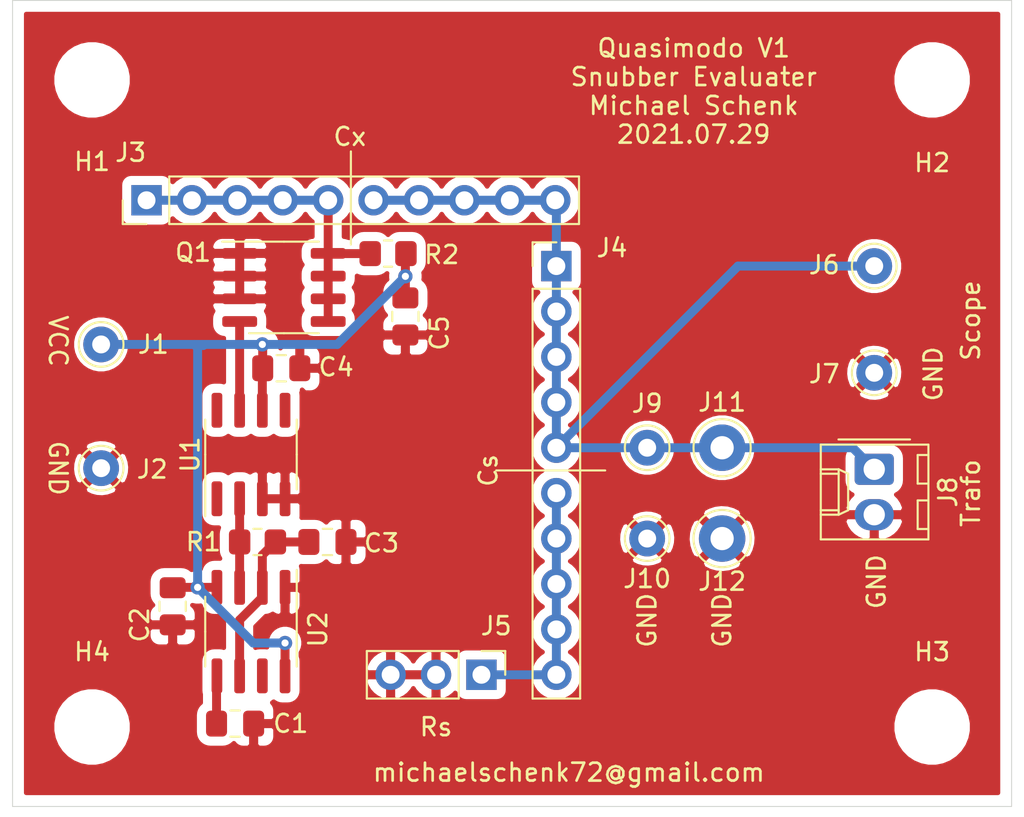
<source format=kicad_pcb>
(kicad_pcb (version 20171130) (host pcbnew "(5.1.10-0-10_14)")

  (general
    (thickness 1.6)
    (drawings 19)
    (tracks 68)
    (zones 0)
    (modules 26)
    (nets 10)
  )

  (page A4)
  (layers
    (0 F.Cu signal)
    (31 B.Cu signal)
    (32 B.Adhes user)
    (33 F.Adhes user)
    (34 B.Paste user)
    (35 F.Paste user)
    (36 B.SilkS user)
    (37 F.SilkS user)
    (38 B.Mask user)
    (39 F.Mask user)
    (40 Dwgs.User user)
    (41 Cmts.User user)
    (42 Eco1.User user)
    (43 Eco2.User user)
    (44 Edge.Cuts user)
    (45 Margin user)
    (46 B.CrtYd user)
    (47 F.CrtYd user)
    (48 B.Fab user)
    (49 F.Fab user)
  )

  (setup
    (last_trace_width 0.25)
    (user_trace_width 0.5)
    (trace_clearance 0.2)
    (zone_clearance 0.508)
    (zone_45_only no)
    (trace_min 0.2)
    (via_size 0.8)
    (via_drill 0.4)
    (via_min_size 0.4)
    (via_min_drill 0.3)
    (uvia_size 0.3)
    (uvia_drill 0.1)
    (uvias_allowed no)
    (uvia_min_size 0.2)
    (uvia_min_drill 0.1)
    (edge_width 0.05)
    (segment_width 0.2)
    (pcb_text_width 0.3)
    (pcb_text_size 1.5 1.5)
    (mod_edge_width 0.12)
    (mod_text_size 1 1)
    (mod_text_width 0.15)
    (pad_size 1.524 1.524)
    (pad_drill 0.762)
    (pad_to_mask_clearance 0)
    (aux_axis_origin 0 0)
    (visible_elements FFFFFF7F)
    (pcbplotparams
      (layerselection 0x010f0_ffffffff)
      (usegerberextensions false)
      (usegerberattributes false)
      (usegerberadvancedattributes false)
      (creategerberjobfile false)
      (excludeedgelayer true)
      (linewidth 0.100000)
      (plotframeref false)
      (viasonmask false)
      (mode 1)
      (useauxorigin false)
      (hpglpennumber 1)
      (hpglpenspeed 20)
      (hpglpendiameter 15.000000)
      (psnegative false)
      (psa4output false)
      (plotreference true)
      (plotvalue false)
      (plotinvisibletext false)
      (padsonsilk true)
      (subtractmaskfromsilk false)
      (outputformat 1)
      (mirror false)
      (drillshape 0)
      (scaleselection 1)
      (outputdirectory "gerber"))
  )

  (net 0 "")
  (net 1 GND)
  (net 2 "Net-(C1-Pad1)")
  (net 3 VCC)
  (net 4 "Net-(C3-Pad1)")
  (net 5 "Net-(J11-Pad1)")
  (net 6 "Net-(J3-Pad1)")
  (net 7 "Net-(J4-Pad10)")
  (net 8 "Net-(Q1-Pad4)")
  (net 9 "Net-(R1-Pad1)")

  (net_class Default "This is the default net class."
    (clearance 0.2)
    (trace_width 0.25)
    (via_dia 0.8)
    (via_drill 0.4)
    (uvia_dia 0.3)
    (uvia_drill 0.1)
    (add_net GND)
    (add_net "Net-(C1-Pad1)")
    (add_net "Net-(C3-Pad1)")
    (add_net "Net-(J11-Pad1)")
    (add_net "Net-(J3-Pad1)")
    (add_net "Net-(J4-Pad10)")
    (add_net "Net-(Q1-Pad4)")
    (add_net "Net-(R1-Pad1)")
    (add_net VCC)
  )

  (module Package_SO:SOIC-8_3.9x4.9mm_P1.27mm (layer F.Cu) (tedit 5D9F72B1) (tstamp 6103113D)
    (at 127.635 113.4095 270)
    (descr "SOIC, 8 Pin (JEDEC MS-012AA, https://www.analog.com/media/en/package-pcb-resources/package/pkg_pdf/soic_narrow-r/r_8.pdf), generated with kicad-footprint-generator ipc_gullwing_generator.py")
    (tags "SOIC SO")
    (path /612FE8A1)
    (attr smd)
    (fp_text reference U2 (at -0.1255 -3.7465 90) (layer F.SilkS)
      (effects (font (size 1 1) (thickness 0.15)))
    )
    (fp_text value TLC555xD (at 0 3.4 90) (layer F.Fab)
      (effects (font (size 1 1) (thickness 0.15)))
    )
    (fp_line (start 0 2.56) (end 1.95 2.56) (layer F.SilkS) (width 0.12))
    (fp_line (start 0 2.56) (end -1.95 2.56) (layer F.SilkS) (width 0.12))
    (fp_line (start 0 -2.56) (end 1.95 -2.56) (layer F.SilkS) (width 0.12))
    (fp_line (start 0 -2.56) (end -3.45 -2.56) (layer F.SilkS) (width 0.12))
    (fp_line (start -0.975 -2.45) (end 1.95 -2.45) (layer F.Fab) (width 0.1))
    (fp_line (start 1.95 -2.45) (end 1.95 2.45) (layer F.Fab) (width 0.1))
    (fp_line (start 1.95 2.45) (end -1.95 2.45) (layer F.Fab) (width 0.1))
    (fp_line (start -1.95 2.45) (end -1.95 -1.475) (layer F.Fab) (width 0.1))
    (fp_line (start -1.95 -1.475) (end -0.975 -2.45) (layer F.Fab) (width 0.1))
    (fp_line (start -3.7 -2.7) (end -3.7 2.7) (layer F.CrtYd) (width 0.05))
    (fp_line (start -3.7 2.7) (end 3.7 2.7) (layer F.CrtYd) (width 0.05))
    (fp_line (start 3.7 2.7) (end 3.7 -2.7) (layer F.CrtYd) (width 0.05))
    (fp_line (start 3.7 -2.7) (end -3.7 -2.7) (layer F.CrtYd) (width 0.05))
    (fp_text user %R (at 0 0 90) (layer F.Fab)
      (effects (font (size 0.98 0.98) (thickness 0.15)))
    )
    (pad 8 smd roundrect (at 2.475 -1.905 270) (size 1.95 0.6) (layers F.Cu F.Paste F.Mask) (roundrect_rratio 0.25)
      (net 3 VCC))
    (pad 7 smd roundrect (at 2.475 -0.635 270) (size 1.95 0.6) (layers F.Cu F.Paste F.Mask) (roundrect_rratio 0.25))
    (pad 6 smd roundrect (at 2.475 0.635 270) (size 1.95 0.6) (layers F.Cu F.Paste F.Mask) (roundrect_rratio 0.25)
      (net 4 "Net-(C3-Pad1)"))
    (pad 5 smd roundrect (at 2.475 1.905 270) (size 1.95 0.6) (layers F.Cu F.Paste F.Mask) (roundrect_rratio 0.25)
      (net 2 "Net-(C1-Pad1)"))
    (pad 4 smd roundrect (at -2.475 1.905 270) (size 1.95 0.6) (layers F.Cu F.Paste F.Mask) (roundrect_rratio 0.25)
      (net 3 VCC))
    (pad 3 smd roundrect (at -2.475 0.635 270) (size 1.95 0.6) (layers F.Cu F.Paste F.Mask) (roundrect_rratio 0.25)
      (net 9 "Net-(R1-Pad1)"))
    (pad 2 smd roundrect (at -2.475 -0.635 270) (size 1.95 0.6) (layers F.Cu F.Paste F.Mask) (roundrect_rratio 0.25)
      (net 4 "Net-(C3-Pad1)"))
    (pad 1 smd roundrect (at -2.475 -1.905 270) (size 1.95 0.6) (layers F.Cu F.Paste F.Mask) (roundrect_rratio 0.25)
      (net 1 GND))
    (model ${KISYS3DMOD}/Package_SO.3dshapes/SOIC-8_3.9x4.9mm_P1.27mm.wrl
      (at (xyz 0 0 0))
      (scale (xyz 1 1 1))
      (rotate (xyz 0 0 0))
    )
  )

  (module Package_SO:SOIC-8_3.9x4.9mm_P1.27mm (layer F.Cu) (tedit 5D9F72B1) (tstamp 61031123)
    (at 127.635 103.5035 90)
    (descr "SOIC, 8 Pin (JEDEC MS-012AA, https://www.analog.com/media/en/package-pcb-resources/package/pkg_pdf/soic_narrow-r/r_8.pdf), generated with kicad-footprint-generator ipc_gullwing_generator.py")
    (tags "SOIC SO")
    (path /612FC640)
    (attr smd)
    (fp_text reference U1 (at 0 -3.4 90) (layer F.SilkS)
      (effects (font (size 1 1) (thickness 0.15)))
    )
    (fp_text value MIC4427 (at 0 3.4 90) (layer F.Fab)
      (effects (font (size 1 1) (thickness 0.15)))
    )
    (fp_line (start 0 2.56) (end 1.95 2.56) (layer F.SilkS) (width 0.12))
    (fp_line (start 0 2.56) (end -1.95 2.56) (layer F.SilkS) (width 0.12))
    (fp_line (start 0 -2.56) (end 1.95 -2.56) (layer F.SilkS) (width 0.12))
    (fp_line (start 0 -2.56) (end -3.45 -2.56) (layer F.SilkS) (width 0.12))
    (fp_line (start -0.975 -2.45) (end 1.95 -2.45) (layer F.Fab) (width 0.1))
    (fp_line (start 1.95 -2.45) (end 1.95 2.45) (layer F.Fab) (width 0.1))
    (fp_line (start 1.95 2.45) (end -1.95 2.45) (layer F.Fab) (width 0.1))
    (fp_line (start -1.95 2.45) (end -1.95 -1.475) (layer F.Fab) (width 0.1))
    (fp_line (start -1.95 -1.475) (end -0.975 -2.45) (layer F.Fab) (width 0.1))
    (fp_line (start -3.7 -2.7) (end -3.7 2.7) (layer F.CrtYd) (width 0.05))
    (fp_line (start -3.7 2.7) (end 3.7 2.7) (layer F.CrtYd) (width 0.05))
    (fp_line (start 3.7 2.7) (end 3.7 -2.7) (layer F.CrtYd) (width 0.05))
    (fp_line (start 3.7 -2.7) (end -3.7 -2.7) (layer F.CrtYd) (width 0.05))
    (fp_text user %R (at 0 0 90) (layer F.Fab)
      (effects (font (size 0.98 0.98) (thickness 0.15)))
    )
    (pad 8 smd roundrect (at 2.475 -1.905 90) (size 1.95 0.6) (layers F.Cu F.Paste F.Mask) (roundrect_rratio 0.25))
    (pad 7 smd roundrect (at 2.475 -0.635 90) (size 1.95 0.6) (layers F.Cu F.Paste F.Mask) (roundrect_rratio 0.25)
      (net 8 "Net-(Q1-Pad4)"))
    (pad 6 smd roundrect (at 2.475 0.635 90) (size 1.95 0.6) (layers F.Cu F.Paste F.Mask) (roundrect_rratio 0.25)
      (net 3 VCC))
    (pad 5 smd roundrect (at 2.475 1.905 90) (size 1.95 0.6) (layers F.Cu F.Paste F.Mask) (roundrect_rratio 0.25))
    (pad 4 smd roundrect (at -2.475 1.905 90) (size 1.95 0.6) (layers F.Cu F.Paste F.Mask) (roundrect_rratio 0.25)
      (net 1 GND))
    (pad 3 smd roundrect (at -2.475 0.635 90) (size 1.95 0.6) (layers F.Cu F.Paste F.Mask) (roundrect_rratio 0.25)
      (net 1 GND))
    (pad 2 smd roundrect (at -2.475 -0.635 90) (size 1.95 0.6) (layers F.Cu F.Paste F.Mask) (roundrect_rratio 0.25)
      (net 9 "Net-(R1-Pad1)"))
    (pad 1 smd roundrect (at -2.475 -1.905 90) (size 1.95 0.6) (layers F.Cu F.Paste F.Mask) (roundrect_rratio 0.25))
    (model ${KISYS3DMOD}/Package_SO.3dshapes/SOIC-8_3.9x4.9mm_P1.27mm.wrl
      (at (xyz 0 0 0))
      (scale (xyz 1 1 1))
      (rotate (xyz 0 0 0))
    )
  )

  (module Resistor_SMD:R_0805_2012Metric_Pad1.20x1.40mm_HandSolder (layer F.Cu) (tedit 5F68FEEE) (tstamp 610339CB)
    (at 135.3025 92.2655 180)
    (descr "Resistor SMD 0805 (2012 Metric), square (rectangular) end terminal, IPC_7351 nominal with elongated pad for handsoldering. (Body size source: IPC-SM-782 page 72, https://www.pcb-3d.com/wordpress/wp-content/uploads/ipc-sm-782a_amendment_1_and_2.pdf), generated with kicad-footprint-generator")
    (tags "resistor handsolder")
    (path /612FFCF4)
    (attr smd)
    (fp_text reference R2 (at -3.0005 -0.0635) (layer F.SilkS)
      (effects (font (size 1 1) (thickness 0.15)))
    )
    (fp_text value 4k7 (at 0 1.65) (layer F.Fab)
      (effects (font (size 1 1) (thickness 0.15)))
    )
    (fp_line (start -1 0.625) (end -1 -0.625) (layer F.Fab) (width 0.1))
    (fp_line (start -1 -0.625) (end 1 -0.625) (layer F.Fab) (width 0.1))
    (fp_line (start 1 -0.625) (end 1 0.625) (layer F.Fab) (width 0.1))
    (fp_line (start 1 0.625) (end -1 0.625) (layer F.Fab) (width 0.1))
    (fp_line (start -0.227064 -0.735) (end 0.227064 -0.735) (layer F.SilkS) (width 0.12))
    (fp_line (start -0.227064 0.735) (end 0.227064 0.735) (layer F.SilkS) (width 0.12))
    (fp_line (start -1.85 0.95) (end -1.85 -0.95) (layer F.CrtYd) (width 0.05))
    (fp_line (start -1.85 -0.95) (end 1.85 -0.95) (layer F.CrtYd) (width 0.05))
    (fp_line (start 1.85 -0.95) (end 1.85 0.95) (layer F.CrtYd) (width 0.05))
    (fp_line (start 1.85 0.95) (end -1.85 0.95) (layer F.CrtYd) (width 0.05))
    (fp_text user %R (at 0 0) (layer F.Fab)
      (effects (font (size 0.5 0.5) (thickness 0.08)))
    )
    (pad 2 smd roundrect (at 1 0 180) (size 1.2 1.4) (layers F.Cu F.Paste F.Mask) (roundrect_rratio 0.2083325)
      (net 6 "Net-(J3-Pad1)"))
    (pad 1 smd roundrect (at -1 0 180) (size 1.2 1.4) (layers F.Cu F.Paste F.Mask) (roundrect_rratio 0.2083325)
      (net 3 VCC))
    (model ${KISYS3DMOD}/Resistor_SMD.3dshapes/R_0805_2012Metric.wrl
      (at (xyz 0 0 0))
      (scale (xyz 1 1 1))
      (rotate (xyz 0 0 0))
    )
  )

  (module Resistor_SMD:R_0805_2012Metric_Pad1.20x1.40mm_HandSolder (layer F.Cu) (tedit 5F68FEEE) (tstamp 610310F8)
    (at 128 108.3945)
    (descr "Resistor SMD 0805 (2012 Metric), square (rectangular) end terminal, IPC_7351 nominal with elongated pad for handsoldering. (Body size source: IPC-SM-782 page 72, https://www.pcb-3d.com/wordpress/wp-content/uploads/ipc-sm-782a_amendment_1_and_2.pdf), generated with kicad-footprint-generator")
    (tags "resistor handsolder")
    (path /61300182)
    (attr smd)
    (fp_text reference R1 (at -3.032 0) (layer F.SilkS)
      (effects (font (size 1 1) (thickness 0.15)))
    )
    (fp_text value 39k (at 0 1.65) (layer F.Fab)
      (effects (font (size 1 1) (thickness 0.15)))
    )
    (fp_line (start -1 0.625) (end -1 -0.625) (layer F.Fab) (width 0.1))
    (fp_line (start -1 -0.625) (end 1 -0.625) (layer F.Fab) (width 0.1))
    (fp_line (start 1 -0.625) (end 1 0.625) (layer F.Fab) (width 0.1))
    (fp_line (start 1 0.625) (end -1 0.625) (layer F.Fab) (width 0.1))
    (fp_line (start -0.227064 -0.735) (end 0.227064 -0.735) (layer F.SilkS) (width 0.12))
    (fp_line (start -0.227064 0.735) (end 0.227064 0.735) (layer F.SilkS) (width 0.12))
    (fp_line (start -1.85 0.95) (end -1.85 -0.95) (layer F.CrtYd) (width 0.05))
    (fp_line (start -1.85 -0.95) (end 1.85 -0.95) (layer F.CrtYd) (width 0.05))
    (fp_line (start 1.85 -0.95) (end 1.85 0.95) (layer F.CrtYd) (width 0.05))
    (fp_line (start 1.85 0.95) (end -1.85 0.95) (layer F.CrtYd) (width 0.05))
    (fp_text user %R (at 0 0) (layer F.Fab)
      (effects (font (size 0.5 0.5) (thickness 0.08)))
    )
    (pad 2 smd roundrect (at 1 0) (size 1.2 1.4) (layers F.Cu F.Paste F.Mask) (roundrect_rratio 0.2083325)
      (net 4 "Net-(C3-Pad1)"))
    (pad 1 smd roundrect (at -1 0) (size 1.2 1.4) (layers F.Cu F.Paste F.Mask) (roundrect_rratio 0.2083325)
      (net 9 "Net-(R1-Pad1)"))
    (model ${KISYS3DMOD}/Resistor_SMD.3dshapes/R_0805_2012Metric.wrl
      (at (xyz 0 0 0))
      (scale (xyz 1 1 1))
      (rotate (xyz 0 0 0))
    )
  )

  (module Package_SO:SOIC-8_3.9x4.9mm_P1.27mm (layer F.Cu) (tedit 5D9F72B1) (tstamp 610310E7)
    (at 129.478 94.1578)
    (descr "SOIC, 8 Pin (JEDEC MS-012AA, https://www.analog.com/media/en/package-pcb-resources/package/pkg_pdf/soic_narrow-r/r_8.pdf), generated with kicad-footprint-generator ipc_gullwing_generator.py")
    (tags "SOIC SO")
    (path /612FCFAC)
    (attr smd)
    (fp_text reference Q1 (at -5.0815 -1.9558) (layer F.SilkS)
      (effects (font (size 1 1) (thickness 0.15)))
    )
    (fp_text value IRF8721PBF-1 (at 0 3.4) (layer F.Fab)
      (effects (font (size 1 1) (thickness 0.15)))
    )
    (fp_line (start 0 2.56) (end 1.95 2.56) (layer F.SilkS) (width 0.12))
    (fp_line (start 0 2.56) (end -1.95 2.56) (layer F.SilkS) (width 0.12))
    (fp_line (start 0 -2.56) (end 1.95 -2.56) (layer F.SilkS) (width 0.12))
    (fp_line (start 0 -2.56) (end -3.45 -2.56) (layer F.SilkS) (width 0.12))
    (fp_line (start -0.975 -2.45) (end 1.95 -2.45) (layer F.Fab) (width 0.1))
    (fp_line (start 1.95 -2.45) (end 1.95 2.45) (layer F.Fab) (width 0.1))
    (fp_line (start 1.95 2.45) (end -1.95 2.45) (layer F.Fab) (width 0.1))
    (fp_line (start -1.95 2.45) (end -1.95 -1.475) (layer F.Fab) (width 0.1))
    (fp_line (start -1.95 -1.475) (end -0.975 -2.45) (layer F.Fab) (width 0.1))
    (fp_line (start -3.7 -2.7) (end -3.7 2.7) (layer F.CrtYd) (width 0.05))
    (fp_line (start -3.7 2.7) (end 3.7 2.7) (layer F.CrtYd) (width 0.05))
    (fp_line (start 3.7 2.7) (end 3.7 -2.7) (layer F.CrtYd) (width 0.05))
    (fp_line (start 3.7 -2.7) (end -3.7 -2.7) (layer F.CrtYd) (width 0.05))
    (fp_text user %R (at 0 0) (layer F.Fab)
      (effects (font (size 0.98 0.98) (thickness 0.15)))
    )
    (pad 8 smd roundrect (at 2.475 -1.905) (size 1.95 0.6) (layers F.Cu F.Paste F.Mask) (roundrect_rratio 0.25)
      (net 6 "Net-(J3-Pad1)"))
    (pad 7 smd roundrect (at 2.475 -0.635) (size 1.95 0.6) (layers F.Cu F.Paste F.Mask) (roundrect_rratio 0.25)
      (net 6 "Net-(J3-Pad1)"))
    (pad 6 smd roundrect (at 2.475 0.635) (size 1.95 0.6) (layers F.Cu F.Paste F.Mask) (roundrect_rratio 0.25)
      (net 6 "Net-(J3-Pad1)"))
    (pad 5 smd roundrect (at 2.475 1.905) (size 1.95 0.6) (layers F.Cu F.Paste F.Mask) (roundrect_rratio 0.25)
      (net 6 "Net-(J3-Pad1)"))
    (pad 4 smd roundrect (at -2.475 1.905) (size 1.95 0.6) (layers F.Cu F.Paste F.Mask) (roundrect_rratio 0.25)
      (net 8 "Net-(Q1-Pad4)"))
    (pad 3 smd roundrect (at -2.475 0.635) (size 1.95 0.6) (layers F.Cu F.Paste F.Mask) (roundrect_rratio 0.25)
      (net 1 GND))
    (pad 2 smd roundrect (at -2.475 -0.635) (size 1.95 0.6) (layers F.Cu F.Paste F.Mask) (roundrect_rratio 0.25)
      (net 1 GND))
    (pad 1 smd roundrect (at -2.475 -1.905) (size 1.95 0.6) (layers F.Cu F.Paste F.Mask) (roundrect_rratio 0.25)
      (net 1 GND))
    (model ${KISYS3DMOD}/Package_SO.3dshapes/SOIC-8_3.9x4.9mm_P1.27mm.wrl
      (at (xyz 0 0 0))
      (scale (xyz 1 1 1))
      (rotate (xyz 0 0 0))
    )
  )

  (module Connector_Pin:Pin_D1.3mm_L11.0mm (layer F.Cu) (tedit 5A1DC085) (tstamp 610310CD)
    (at 153.9875 108.204)
    (descr "solder Pin_ diameter 1.3mm, hole diameter 1.3mm, length 11.0mm")
    (tags "solder Pin_ pressfit")
    (path /6131E1D3)
    (fp_text reference J12 (at 0 2.4) (layer F.SilkS)
      (effects (font (size 1 1) (thickness 0.15)))
    )
    (fp_text value Conn_01x01 (at 0 -2.05) (layer F.Fab)
      (effects (font (size 1 1) (thickness 0.15)))
    )
    (fp_circle (center 0 0) (end 1.8 0) (layer F.CrtYd) (width 0.05))
    (fp_circle (center 0 0) (end 0.65 -0.05) (layer F.Fab) (width 0.12))
    (fp_circle (center 0 0) (end 1.25 -0.05) (layer F.Fab) (width 0.12))
    (fp_circle (center 0 0) (end 1.6 0.05) (layer F.SilkS) (width 0.12))
    (fp_text user %R (at 0 2.4) (layer F.Fab)
      (effects (font (size 1 1) (thickness 0.15)))
    )
    (pad 1 thru_hole circle (at 0 0) (size 2.6 2.6) (drill 1.3) (layers *.Cu *.Mask)
      (net 1 GND))
    (model ${KISYS3DMOD}/Connector_Pin.3dshapes/Pin_D1.3mm_L11.0mm.wrl
      (at (xyz 0 0 0))
      (scale (xyz 1 1 1))
      (rotate (xyz 0 0 0))
    )
  )

  (module Connector_Pin:Pin_D1.3mm_L11.0mm (layer F.Cu) (tedit 5A1DC085) (tstamp 610310C3)
    (at 153.9875 103.124)
    (descr "solder Pin_ diameter 1.3mm, hole diameter 1.3mm, length 11.0mm")
    (tags "solder Pin_ pressfit")
    (path /6131E1C9)
    (fp_text reference J11 (at 0 -2.54) (layer F.SilkS)
      (effects (font (size 1 1) (thickness 0.15)))
    )
    (fp_text value Conn_01x01 (at 0 -2.05) (layer F.Fab)
      (effects (font (size 1 1) (thickness 0.15)))
    )
    (fp_circle (center 0 0) (end 1.8 0) (layer F.CrtYd) (width 0.05))
    (fp_circle (center 0 0) (end 0.65 -0.05) (layer F.Fab) (width 0.12))
    (fp_circle (center 0 0) (end 1.25 -0.05) (layer F.Fab) (width 0.12))
    (fp_circle (center 0 0) (end 1.6 0.05) (layer F.SilkS) (width 0.12))
    (fp_text user %R (at 0 2.4) (layer F.Fab)
      (effects (font (size 1 1) (thickness 0.15)))
    )
    (pad 1 thru_hole circle (at 0 0) (size 2.6 2.6) (drill 1.3) (layers *.Cu *.Mask)
      (net 5 "Net-(J11-Pad1)"))
    (model ${KISYS3DMOD}/Connector_Pin.3dshapes/Pin_D1.3mm_L11.0mm.wrl
      (at (xyz 0 0 0))
      (scale (xyz 1 1 1))
      (rotate (xyz 0 0 0))
    )
  )

  (module Connector_Pin:Pin_D1.0mm_L10.0mm (layer F.Cu) (tedit 5A1DC084) (tstamp 610348C9)
    (at 149.7965 108.204)
    (descr "solder Pin_ diameter 1.0mm, hole diameter 1.0mm (press fit), length 10.0mm")
    (tags "solder Pin_ press fit")
    (path /6131C632)
    (fp_text reference J10 (at 0 2.25) (layer F.SilkS)
      (effects (font (size 1 1) (thickness 0.15)))
    )
    (fp_text value Conn_01x01 (at 0 -2.05) (layer F.Fab)
      (effects (font (size 1 1) (thickness 0.15)))
    )
    (fp_circle (center 0 0) (end 1.5 0) (layer F.CrtYd) (width 0.05))
    (fp_circle (center 0 0) (end 0.5 0) (layer F.Fab) (width 0.12))
    (fp_circle (center 0 0) (end 1 0) (layer F.Fab) (width 0.12))
    (fp_circle (center 0 0) (end 1.25 0.05) (layer F.SilkS) (width 0.12))
    (fp_text user %R (at 0 2.25) (layer F.Fab)
      (effects (font (size 1 1) (thickness 0.15)))
    )
    (pad 1 thru_hole circle (at 0 0) (size 2 2) (drill 1) (layers *.Cu *.Mask)
      (net 1 GND))
    (model ${KISYS3DMOD}/Connector_Pin.3dshapes/Pin_D1.0mm_L10.0mm.wrl
      (at (xyz 0 0 0))
      (scale (xyz 1 1 1))
      (rotate (xyz 0 0 0))
    )
  )

  (module Connector_Pin:Pin_D1.0mm_L10.0mm (layer F.Cu) (tedit 5A1DC084) (tstamp 610310AF)
    (at 149.7965 103.124)
    (descr "solder Pin_ diameter 1.0mm, hole diameter 1.0mm (press fit), length 10.0mm")
    (tags "solder Pin_ press fit")
    (path /6131C205)
    (fp_text reference J9 (at 0 -2.4765) (layer F.SilkS)
      (effects (font (size 1 1) (thickness 0.15)))
    )
    (fp_text value Conn_01x01 (at 0 -2.05) (layer F.Fab)
      (effects (font (size 1 1) (thickness 0.15)))
    )
    (fp_circle (center 0 0) (end 1.5 0) (layer F.CrtYd) (width 0.05))
    (fp_circle (center 0 0) (end 0.5 0) (layer F.Fab) (width 0.12))
    (fp_circle (center 0 0) (end 1 0) (layer F.Fab) (width 0.12))
    (fp_circle (center 0 0) (end 1.25 0.05) (layer F.SilkS) (width 0.12))
    (fp_text user %R (at 0 2.25) (layer F.Fab)
      (effects (font (size 1 1) (thickness 0.15)))
    )
    (pad 1 thru_hole circle (at 0 0) (size 2 2) (drill 1) (layers *.Cu *.Mask)
      (net 5 "Net-(J11-Pad1)"))
    (model ${KISYS3DMOD}/Connector_Pin.3dshapes/Pin_D1.0mm_L10.0mm.wrl
      (at (xyz 0 0 0))
      (scale (xyz 1 1 1))
      (rotate (xyz 0 0 0))
    )
  )

  (module Connector_Molex:Molex_KK-254_AE-6410-02A_1x02_P2.54mm_Vertical (layer F.Cu) (tedit 5EA53D3B) (tstamp 61032346)
    (at 162.4965 104.3305 270)
    (descr "Molex KK-254 Interconnect System, old/engineering part number: AE-6410-02A example for new part number: 22-27-2021, 2 Pins (http://www.molex.com/pdm_docs/sd/022272021_sd.pdf), generated with kicad-footprint-generator")
    (tags "connector Molex KK-254 vertical")
    (path /6130BA00)
    (fp_text reference J8 (at 1.27 -4.12 90) (layer F.SilkS)
      (effects (font (size 1 1) (thickness 0.15)))
    )
    (fp_text value Screw_Terminal_01x02 (at 1.27 4.08 90) (layer F.Fab)
      (effects (font (size 1 1) (thickness 0.15)))
    )
    (fp_line (start -1.27 -2.92) (end -1.27 2.88) (layer F.Fab) (width 0.1))
    (fp_line (start -1.27 2.88) (end 3.81 2.88) (layer F.Fab) (width 0.1))
    (fp_line (start 3.81 2.88) (end 3.81 -2.92) (layer F.Fab) (width 0.1))
    (fp_line (start 3.81 -2.92) (end -1.27 -2.92) (layer F.Fab) (width 0.1))
    (fp_line (start -1.38 -3.03) (end -1.38 2.99) (layer F.SilkS) (width 0.12))
    (fp_line (start -1.38 2.99) (end 3.92 2.99) (layer F.SilkS) (width 0.12))
    (fp_line (start 3.92 2.99) (end 3.92 -3.03) (layer F.SilkS) (width 0.12))
    (fp_line (start 3.92 -3.03) (end -1.38 -3.03) (layer F.SilkS) (width 0.12))
    (fp_line (start -1.67 -2) (end -1.67 2) (layer F.SilkS) (width 0.12))
    (fp_line (start -1.27 -0.5) (end -0.562893 0) (layer F.Fab) (width 0.1))
    (fp_line (start -0.562893 0) (end -1.27 0.5) (layer F.Fab) (width 0.1))
    (fp_line (start 0 2.99) (end 0 1.99) (layer F.SilkS) (width 0.12))
    (fp_line (start 0 1.99) (end 2.54 1.99) (layer F.SilkS) (width 0.12))
    (fp_line (start 2.54 1.99) (end 2.54 2.99) (layer F.SilkS) (width 0.12))
    (fp_line (start 0 1.99) (end 0.25 1.46) (layer F.SilkS) (width 0.12))
    (fp_line (start 0.25 1.46) (end 2.29 1.46) (layer F.SilkS) (width 0.12))
    (fp_line (start 2.29 1.46) (end 2.54 1.99) (layer F.SilkS) (width 0.12))
    (fp_line (start 0.25 2.99) (end 0.25 1.99) (layer F.SilkS) (width 0.12))
    (fp_line (start 2.29 2.99) (end 2.29 1.99) (layer F.SilkS) (width 0.12))
    (fp_line (start -0.8 -3.03) (end -0.8 -2.43) (layer F.SilkS) (width 0.12))
    (fp_line (start -0.8 -2.43) (end 0.8 -2.43) (layer F.SilkS) (width 0.12))
    (fp_line (start 0.8 -2.43) (end 0.8 -3.03) (layer F.SilkS) (width 0.12))
    (fp_line (start 1.74 -3.03) (end 1.74 -2.43) (layer F.SilkS) (width 0.12))
    (fp_line (start 1.74 -2.43) (end 3.34 -2.43) (layer F.SilkS) (width 0.12))
    (fp_line (start 3.34 -2.43) (end 3.34 -3.03) (layer F.SilkS) (width 0.12))
    (fp_line (start -1.77 -3.42) (end -1.77 3.38) (layer F.CrtYd) (width 0.05))
    (fp_line (start -1.77 3.38) (end 4.31 3.38) (layer F.CrtYd) (width 0.05))
    (fp_line (start 4.31 3.38) (end 4.31 -3.42) (layer F.CrtYd) (width 0.05))
    (fp_line (start 4.31 -3.42) (end -1.77 -3.42) (layer F.CrtYd) (width 0.05))
    (fp_text user %R (at 1.27 -2.22 90) (layer F.Fab)
      (effects (font (size 1 1) (thickness 0.15)))
    )
    (pad 2 thru_hole oval (at 2.54 0 270) (size 1.74 2.19) (drill 1.19) (layers *.Cu *.Mask)
      (net 1 GND))
    (pad 1 thru_hole roundrect (at 0 0 270) (size 1.74 2.19) (drill 1.19) (layers *.Cu *.Mask) (roundrect_rratio 0.1436775862068966)
      (net 5 "Net-(J11-Pad1)"))
    (model ${KISYS3DMOD}/Connector_Molex.3dshapes/Molex_KK-254_AE-6410-02A_1x02_P2.54mm_Vertical.wrl
      (at (xyz 0 0 0))
      (scale (xyz 1 1 1))
      (rotate (xyz 0 0 0))
    )
  )

  (module Connector_Pin:Pin_D1.0mm_L10.0mm (layer F.Cu) (tedit 5A1DC084) (tstamp 61031081)
    (at 162.4965 98.933)
    (descr "solder Pin_ diameter 1.0mm, hole diameter 1.0mm (press fit), length 10.0mm")
    (tags "solder Pin_ press fit")
    (path /61317646)
    (fp_text reference J7 (at -2.794 0.0635) (layer F.SilkS)
      (effects (font (size 1 1) (thickness 0.15)))
    )
    (fp_text value Conn_01x01 (at 0 -2.05) (layer F.Fab)
      (effects (font (size 1 1) (thickness 0.15)))
    )
    (fp_circle (center 0 0) (end 1.5 0) (layer F.CrtYd) (width 0.05))
    (fp_circle (center 0 0) (end 0.5 0) (layer F.Fab) (width 0.12))
    (fp_circle (center 0 0) (end 1 0) (layer F.Fab) (width 0.12))
    (fp_circle (center 0 0) (end 1.25 0.05) (layer F.SilkS) (width 0.12))
    (fp_text user %R (at 0 2.25) (layer F.Fab)
      (effects (font (size 1 1) (thickness 0.15)))
    )
    (pad 1 thru_hole circle (at 0 0) (size 2 2) (drill 1) (layers *.Cu *.Mask)
      (net 1 GND))
    (model ${KISYS3DMOD}/Connector_Pin.3dshapes/Pin_D1.0mm_L10.0mm.wrl
      (at (xyz 0 0 0))
      (scale (xyz 1 1 1))
      (rotate (xyz 0 0 0))
    )
  )

  (module Connector_Pin:Pin_D1.0mm_L10.0mm (layer F.Cu) (tedit 5A1DC084) (tstamp 61031077)
    (at 162.4965 92.964)
    (descr "solder Pin_ diameter 1.0mm, hole diameter 1.0mm (press fit), length 10.0mm")
    (tags "solder Pin_ press fit")
    (path /613171BB)
    (fp_text reference J6 (at -2.794 -0.0635) (layer F.SilkS)
      (effects (font (size 1 1) (thickness 0.15)))
    )
    (fp_text value Conn_01x01 (at 0 -2.05) (layer F.Fab)
      (effects (font (size 1 1) (thickness 0.15)))
    )
    (fp_circle (center 0 0) (end 1.5 0) (layer F.CrtYd) (width 0.05))
    (fp_circle (center 0 0) (end 0.5 0) (layer F.Fab) (width 0.12))
    (fp_circle (center 0 0) (end 1 0) (layer F.Fab) (width 0.12))
    (fp_circle (center 0 0) (end 1.25 0.05) (layer F.SilkS) (width 0.12))
    (fp_text user %R (at 0 2.25) (layer F.Fab)
      (effects (font (size 1 1) (thickness 0.15)))
    )
    (pad 1 thru_hole circle (at 0 0) (size 2 2) (drill 1) (layers *.Cu *.Mask)
      (net 5 "Net-(J11-Pad1)"))
    (model ${KISYS3DMOD}/Connector_Pin.3dshapes/Pin_D1.0mm_L10.0mm.wrl
      (at (xyz 0 0 0))
      (scale (xyz 1 1 1))
      (rotate (xyz 0 0 0))
    )
  )

  (module Connector_PinHeader_2.54mm:PinHeader_1x03_P2.54mm_Vertical (layer F.Cu) (tedit 59FED5CC) (tstamp 6103106D)
    (at 140.5255 115.824 270)
    (descr "Through hole straight pin header, 1x03, 2.54mm pitch, single row")
    (tags "Through hole pin header THT 1x03 2.54mm single row")
    (path /61305550)
    (fp_text reference J5 (at -2.7305 -0.8255 180) (layer F.SilkS)
      (effects (font (size 1 1) (thickness 0.15)))
    )
    (fp_text value Conn_01x03 (at 0 7.41 90) (layer F.Fab)
      (effects (font (size 1 1) (thickness 0.15)))
    )
    (fp_line (start -0.635 -1.27) (end 1.27 -1.27) (layer F.Fab) (width 0.1))
    (fp_line (start 1.27 -1.27) (end 1.27 6.35) (layer F.Fab) (width 0.1))
    (fp_line (start 1.27 6.35) (end -1.27 6.35) (layer F.Fab) (width 0.1))
    (fp_line (start -1.27 6.35) (end -1.27 -0.635) (layer F.Fab) (width 0.1))
    (fp_line (start -1.27 -0.635) (end -0.635 -1.27) (layer F.Fab) (width 0.1))
    (fp_line (start -1.33 6.41) (end 1.33 6.41) (layer F.SilkS) (width 0.12))
    (fp_line (start -1.33 1.27) (end -1.33 6.41) (layer F.SilkS) (width 0.12))
    (fp_line (start 1.33 1.27) (end 1.33 6.41) (layer F.SilkS) (width 0.12))
    (fp_line (start -1.33 1.27) (end 1.33 1.27) (layer F.SilkS) (width 0.12))
    (fp_line (start -1.33 0) (end -1.33 -1.33) (layer F.SilkS) (width 0.12))
    (fp_line (start -1.33 -1.33) (end 0 -1.33) (layer F.SilkS) (width 0.12))
    (fp_line (start -1.8 -1.8) (end -1.8 6.85) (layer F.CrtYd) (width 0.05))
    (fp_line (start -1.8 6.85) (end 1.8 6.85) (layer F.CrtYd) (width 0.05))
    (fp_line (start 1.8 6.85) (end 1.8 -1.8) (layer F.CrtYd) (width 0.05))
    (fp_line (start 1.8 -1.8) (end -1.8 -1.8) (layer F.CrtYd) (width 0.05))
    (fp_text user %R (at 0 2.54) (layer F.Fab)
      (effects (font (size 1 1) (thickness 0.15)))
    )
    (pad 3 thru_hole oval (at 0 5.08 270) (size 1.7 1.7) (drill 1) (layers *.Cu *.Mask)
      (net 1 GND))
    (pad 2 thru_hole oval (at 0 2.54 270) (size 1.7 1.7) (drill 1) (layers *.Cu *.Mask)
      (net 1 GND))
    (pad 1 thru_hole rect (at 0 0 270) (size 1.7 1.7) (drill 1) (layers *.Cu *.Mask)
      (net 7 "Net-(J4-Pad10)"))
    (model ${KISYS3DMOD}/Connector_PinHeader_2.54mm.3dshapes/PinHeader_1x03_P2.54mm_Vertical.wrl
      (at (xyz 0 0 0))
      (scale (xyz 1 1 1))
      (rotate (xyz 0 0 0))
    )
  )

  (module Connector_PinHeader_2.54mm:PinHeader_1x10_P2.54mm_Vertical (layer F.Cu) (tedit 59FED5CC) (tstamp 61031056)
    (at 144.7165 92.964)
    (descr "Through hole straight pin header, 1x10, 2.54mm pitch, single row")
    (tags "Through hole pin header THT 1x10 2.54mm single row")
    (path /61303D7A)
    (fp_text reference J4 (at 3.1115 -1.016) (layer F.SilkS)
      (effects (font (size 1 1) (thickness 0.15)))
    )
    (fp_text value Conn_01x10 (at 0 25.19) (layer F.Fab)
      (effects (font (size 1 1) (thickness 0.15)))
    )
    (fp_line (start -0.635 -1.27) (end 1.27 -1.27) (layer F.Fab) (width 0.1))
    (fp_line (start 1.27 -1.27) (end 1.27 24.13) (layer F.Fab) (width 0.1))
    (fp_line (start 1.27 24.13) (end -1.27 24.13) (layer F.Fab) (width 0.1))
    (fp_line (start -1.27 24.13) (end -1.27 -0.635) (layer F.Fab) (width 0.1))
    (fp_line (start -1.27 -0.635) (end -0.635 -1.27) (layer F.Fab) (width 0.1))
    (fp_line (start -1.33 24.19) (end 1.33 24.19) (layer F.SilkS) (width 0.12))
    (fp_line (start -1.33 1.27) (end -1.33 24.19) (layer F.SilkS) (width 0.12))
    (fp_line (start 1.33 1.27) (end 1.33 24.19) (layer F.SilkS) (width 0.12))
    (fp_line (start -1.33 1.27) (end 1.33 1.27) (layer F.SilkS) (width 0.12))
    (fp_line (start -1.33 0) (end -1.33 -1.33) (layer F.SilkS) (width 0.12))
    (fp_line (start -1.33 -1.33) (end 0 -1.33) (layer F.SilkS) (width 0.12))
    (fp_line (start -1.8 -1.8) (end -1.8 24.65) (layer F.CrtYd) (width 0.05))
    (fp_line (start -1.8 24.65) (end 1.8 24.65) (layer F.CrtYd) (width 0.05))
    (fp_line (start 1.8 24.65) (end 1.8 -1.8) (layer F.CrtYd) (width 0.05))
    (fp_line (start 1.8 -1.8) (end -1.8 -1.8) (layer F.CrtYd) (width 0.05))
    (fp_text user %R (at 0 11.43 90) (layer F.Fab)
      (effects (font (size 1 1) (thickness 0.15)))
    )
    (pad 10 thru_hole oval (at 0 22.86) (size 1.7 1.7) (drill 1) (layers *.Cu *.Mask)
      (net 7 "Net-(J4-Pad10)"))
    (pad 9 thru_hole oval (at 0 20.32) (size 1.7 1.7) (drill 1) (layers *.Cu *.Mask)
      (net 7 "Net-(J4-Pad10)"))
    (pad 8 thru_hole oval (at 0 17.78) (size 1.7 1.7) (drill 1) (layers *.Cu *.Mask)
      (net 7 "Net-(J4-Pad10)"))
    (pad 7 thru_hole oval (at 0 15.24) (size 1.7 1.7) (drill 1) (layers *.Cu *.Mask)
      (net 7 "Net-(J4-Pad10)"))
    (pad 6 thru_hole oval (at 0 12.7) (size 1.7 1.7) (drill 1) (layers *.Cu *.Mask)
      (net 7 "Net-(J4-Pad10)"))
    (pad 5 thru_hole oval (at 0 10.16) (size 1.7 1.7) (drill 1) (layers *.Cu *.Mask)
      (net 5 "Net-(J11-Pad1)"))
    (pad 4 thru_hole oval (at 0 7.62) (size 1.7 1.7) (drill 1) (layers *.Cu *.Mask)
      (net 5 "Net-(J11-Pad1)"))
    (pad 3 thru_hole oval (at 0 5.08) (size 1.7 1.7) (drill 1) (layers *.Cu *.Mask)
      (net 5 "Net-(J11-Pad1)"))
    (pad 2 thru_hole oval (at 0 2.54) (size 1.7 1.7) (drill 1) (layers *.Cu *.Mask)
      (net 5 "Net-(J11-Pad1)"))
    (pad 1 thru_hole rect (at 0 0) (size 1.7 1.7) (drill 1) (layers *.Cu *.Mask)
      (net 5 "Net-(J11-Pad1)"))
    (model ${KISYS3DMOD}/Connector_PinHeader_2.54mm.3dshapes/PinHeader_1x10_P2.54mm_Vertical.wrl
      (at (xyz 0 0 0))
      (scale (xyz 1 1 1))
      (rotate (xyz 0 0 0))
    )
  )

  (module Connector_PinHeader_2.54mm:PinHeader_1x10_P2.54mm_Vertical (layer F.Cu) (tedit 59FED5CC) (tstamp 61031038)
    (at 121.793 89.281 90)
    (descr "Through hole straight pin header, 1x10, 2.54mm pitch, single row")
    (tags "Through hole pin header THT 1x10 2.54mm single row")
    (path /61301C4E)
    (fp_text reference J3 (at 2.667 -0.889 180) (layer F.SilkS)
      (effects (font (size 1 1) (thickness 0.15)))
    )
    (fp_text value Conn_01x10 (at 0 25.19 90) (layer F.Fab)
      (effects (font (size 1 1) (thickness 0.15)))
    )
    (fp_line (start -0.635 -1.27) (end 1.27 -1.27) (layer F.Fab) (width 0.1))
    (fp_line (start 1.27 -1.27) (end 1.27 24.13) (layer F.Fab) (width 0.1))
    (fp_line (start 1.27 24.13) (end -1.27 24.13) (layer F.Fab) (width 0.1))
    (fp_line (start -1.27 24.13) (end -1.27 -0.635) (layer F.Fab) (width 0.1))
    (fp_line (start -1.27 -0.635) (end -0.635 -1.27) (layer F.Fab) (width 0.1))
    (fp_line (start -1.33 24.19) (end 1.33 24.19) (layer F.SilkS) (width 0.12))
    (fp_line (start -1.33 1.27) (end -1.33 24.19) (layer F.SilkS) (width 0.12))
    (fp_line (start 1.33 1.27) (end 1.33 24.19) (layer F.SilkS) (width 0.12))
    (fp_line (start -1.33 1.27) (end 1.33 1.27) (layer F.SilkS) (width 0.12))
    (fp_line (start -1.33 0) (end -1.33 -1.33) (layer F.SilkS) (width 0.12))
    (fp_line (start -1.33 -1.33) (end 0 -1.33) (layer F.SilkS) (width 0.12))
    (fp_line (start -1.8 -1.8) (end -1.8 24.65) (layer F.CrtYd) (width 0.05))
    (fp_line (start -1.8 24.65) (end 1.8 24.65) (layer F.CrtYd) (width 0.05))
    (fp_line (start 1.8 24.65) (end 1.8 -1.8) (layer F.CrtYd) (width 0.05))
    (fp_line (start 1.8 -1.8) (end -1.8 -1.8) (layer F.CrtYd) (width 0.05))
    (fp_text user %R (at 0 11.43) (layer F.Fab)
      (effects (font (size 1 1) (thickness 0.15)))
    )
    (pad 10 thru_hole oval (at 0 22.86 90) (size 1.7 1.7) (drill 1) (layers *.Cu *.Mask)
      (net 5 "Net-(J11-Pad1)"))
    (pad 9 thru_hole oval (at 0 20.32 90) (size 1.7 1.7) (drill 1) (layers *.Cu *.Mask)
      (net 5 "Net-(J11-Pad1)"))
    (pad 8 thru_hole oval (at 0 17.78 90) (size 1.7 1.7) (drill 1) (layers *.Cu *.Mask)
      (net 5 "Net-(J11-Pad1)"))
    (pad 7 thru_hole oval (at 0 15.24 90) (size 1.7 1.7) (drill 1) (layers *.Cu *.Mask)
      (net 5 "Net-(J11-Pad1)"))
    (pad 6 thru_hole oval (at 0 12.7 90) (size 1.7 1.7) (drill 1) (layers *.Cu *.Mask)
      (net 5 "Net-(J11-Pad1)"))
    (pad 5 thru_hole oval (at 0 10.16 90) (size 1.7 1.7) (drill 1) (layers *.Cu *.Mask)
      (net 6 "Net-(J3-Pad1)"))
    (pad 4 thru_hole oval (at 0 7.62 90) (size 1.7 1.7) (drill 1) (layers *.Cu *.Mask)
      (net 6 "Net-(J3-Pad1)"))
    (pad 3 thru_hole oval (at 0 5.08 90) (size 1.7 1.7) (drill 1) (layers *.Cu *.Mask)
      (net 6 "Net-(J3-Pad1)"))
    (pad 2 thru_hole oval (at 0 2.54 90) (size 1.7 1.7) (drill 1) (layers *.Cu *.Mask)
      (net 6 "Net-(J3-Pad1)"))
    (pad 1 thru_hole rect (at 0 0 90) (size 1.7 1.7) (drill 1) (layers *.Cu *.Mask)
      (net 6 "Net-(J3-Pad1)"))
    (model ${KISYS3DMOD}/Connector_PinHeader_2.54mm.3dshapes/PinHeader_1x10_P2.54mm_Vertical.wrl
      (at (xyz 0 0 0))
      (scale (xyz 1 1 1))
      (rotate (xyz 0 0 0))
    )
  )

  (module Connector_Pin:Pin_D1.0mm_L10.0mm (layer F.Cu) (tedit 5A1DC084) (tstamp 6103101A)
    (at 119.253 104.267)
    (descr "solder Pin_ diameter 1.0mm, hole diameter 1.0mm (press fit), length 10.0mm")
    (tags "solder Pin_ press fit")
    (path /6105D00C)
    (fp_text reference J2 (at 2.8575 0.0635) (layer F.SilkS)
      (effects (font (size 1 1) (thickness 0.15)))
    )
    (fp_text value Conn_01x01 (at 0 -2.05) (layer F.Fab)
      (effects (font (size 1 1) (thickness 0.15)))
    )
    (fp_circle (center 0 0) (end 1.5 0) (layer F.CrtYd) (width 0.05))
    (fp_circle (center 0 0) (end 0.5 0) (layer F.Fab) (width 0.12))
    (fp_circle (center 0 0) (end 1 0) (layer F.Fab) (width 0.12))
    (fp_circle (center 0 0) (end 1.25 0.05) (layer F.SilkS) (width 0.12))
    (fp_text user %R (at 0 2.25) (layer F.Fab)
      (effects (font (size 1 1) (thickness 0.15)))
    )
    (pad 1 thru_hole circle (at 0 0) (size 2 2) (drill 1) (layers *.Cu *.Mask)
      (net 1 GND))
    (model ${KISYS3DMOD}/Connector_Pin.3dshapes/Pin_D1.0mm_L10.0mm.wrl
      (at (xyz 0 0 0))
      (scale (xyz 1 1 1))
      (rotate (xyz 0 0 0))
    )
  )

  (module Connector_Pin:Pin_D1.0mm_L10.0mm (layer F.Cu) (tedit 5A1DC084) (tstamp 61031010)
    (at 119.253 97.3455)
    (descr "solder Pin_ diameter 1.0mm, hole diameter 1.0mm (press fit), length 10.0mm")
    (tags "solder Pin_ press fit")
    (path /6105D012)
    (fp_text reference J1 (at 2.921 0) (layer F.SilkS)
      (effects (font (size 1 1) (thickness 0.15)))
    )
    (fp_text value Conn_01x01 (at 0 -2.05) (layer F.Fab)
      (effects (font (size 1 1) (thickness 0.15)))
    )
    (fp_circle (center 0 0) (end 1.5 0) (layer F.CrtYd) (width 0.05))
    (fp_circle (center 0 0) (end 0.5 0) (layer F.Fab) (width 0.12))
    (fp_circle (center 0 0) (end 1 0) (layer F.Fab) (width 0.12))
    (fp_circle (center 0 0) (end 1.25 0.05) (layer F.SilkS) (width 0.12))
    (fp_text user %R (at 0 2.25) (layer F.Fab)
      (effects (font (size 1 1) (thickness 0.15)))
    )
    (pad 1 thru_hole circle (at 0 0) (size 2 2) (drill 1) (layers *.Cu *.Mask)
      (net 3 VCC))
    (model ${KISYS3DMOD}/Connector_Pin.3dshapes/Pin_D1.0mm_L10.0mm.wrl
      (at (xyz 0 0 0))
      (scale (xyz 1 1 1))
      (rotate (xyz 0 0 0))
    )
  )

  (module MountingHole:MountingHole_3.2mm_M3 (layer F.Cu) (tedit 56D1B4CB) (tstamp 61031006)
    (at 118.745 118.745)
    (descr "Mounting Hole 3.2mm, no annular, M3")
    (tags "mounting hole 3.2mm no annular m3")
    (path /6105D000)
    (attr virtual)
    (fp_text reference H4 (at 0 -4.2) (layer F.SilkS)
      (effects (font (size 1 1) (thickness 0.15)))
    )
    (fp_text value MountingHole (at 0 4.2) (layer F.Fab)
      (effects (font (size 1 1) (thickness 0.15)))
    )
    (fp_circle (center 0 0) (end 3.2 0) (layer Cmts.User) (width 0.15))
    (fp_circle (center 0 0) (end 3.45 0) (layer F.CrtYd) (width 0.05))
    (fp_text user %R (at 0.3 0) (layer F.Fab)
      (effects (font (size 1 1) (thickness 0.15)))
    )
    (pad 1 np_thru_hole circle (at 0 0) (size 3.2 3.2) (drill 3.2) (layers *.Cu *.Mask))
  )

  (module MountingHole:MountingHole_3.2mm_M3 (layer F.Cu) (tedit 56D1B4CB) (tstamp 61030FFE)
    (at 165.735 118.745)
    (descr "Mounting Hole 3.2mm, no annular, M3")
    (tags "mounting hole 3.2mm no annular m3")
    (path /6105CFF4)
    (attr virtual)
    (fp_text reference H3 (at 0 -4.2) (layer F.SilkS)
      (effects (font (size 1 1) (thickness 0.15)))
    )
    (fp_text value MountingHole (at 0 4.2) (layer F.Fab)
      (effects (font (size 1 1) (thickness 0.15)))
    )
    (fp_circle (center 0 0) (end 3.2 0) (layer Cmts.User) (width 0.15))
    (fp_circle (center 0 0) (end 3.45 0) (layer F.CrtYd) (width 0.05))
    (fp_text user %R (at 0.3 0) (layer F.Fab)
      (effects (font (size 1 1) (thickness 0.15)))
    )
    (pad 1 np_thru_hole circle (at 0 0) (size 3.2 3.2) (drill 3.2) (layers *.Cu *.Mask))
  )

  (module MountingHole:MountingHole_3.2mm_M3 (layer F.Cu) (tedit 56D1B4CB) (tstamp 61030FF6)
    (at 165.735 82.55)
    (descr "Mounting Hole 3.2mm, no annular, M3")
    (tags "mounting hole 3.2mm no annular m3")
    (path /6105CFFA)
    (attr virtual)
    (fp_text reference H2 (at 0 4.6355) (layer F.SilkS)
      (effects (font (size 1 1) (thickness 0.15)))
    )
    (fp_text value MountingHole (at 0 4.2) (layer F.Fab)
      (effects (font (size 1 1) (thickness 0.15)))
    )
    (fp_circle (center 0 0) (end 3.2 0) (layer Cmts.User) (width 0.15))
    (fp_circle (center 0 0) (end 3.45 0) (layer F.CrtYd) (width 0.05))
    (fp_text user %R (at 0.3 0) (layer F.Fab)
      (effects (font (size 1 1) (thickness 0.15)))
    )
    (pad 1 np_thru_hole circle (at 0 0) (size 3.2 3.2) (drill 3.2) (layers *.Cu *.Mask))
  )

  (module MountingHole:MountingHole_3.2mm_M3 (layer F.Cu) (tedit 56D1B4CB) (tstamp 61030FEE)
    (at 118.745 82.55)
    (descr "Mounting Hole 3.2mm, no annular, M3")
    (tags "mounting hole 3.2mm no annular m3")
    (path /6105CFEE)
    (attr virtual)
    (fp_text reference H1 (at 0 4.572) (layer F.SilkS)
      (effects (font (size 1 1) (thickness 0.15)))
    )
    (fp_text value MountingHole (at 0 4.2) (layer F.Fab)
      (effects (font (size 1 1) (thickness 0.15)))
    )
    (fp_circle (center 0 0) (end 3.2 0) (layer Cmts.User) (width 0.15))
    (fp_circle (center 0 0) (end 3.45 0) (layer F.CrtYd) (width 0.05))
    (fp_text user %R (at 0.3 0) (layer F.Fab)
      (effects (font (size 1 1) (thickness 0.15)))
    )
    (pad 1 np_thru_hole circle (at 0 0) (size 3.2 3.2) (drill 3.2) (layers *.Cu *.Mask))
  )

  (module Capacitor_SMD:C_0805_2012Metric_Pad1.18x1.45mm_HandSolder (layer F.Cu) (tedit 5F68FEEF) (tstamp 61030FE6)
    (at 136.271 95.7795 270)
    (descr "Capacitor SMD 0805 (2012 Metric), square (rectangular) end terminal, IPC_7351 nominal with elongated pad for handsoldering. (Body size source: IPC-SM-782 page 76, https://www.pcb-3d.com/wordpress/wp-content/uploads/ipc-sm-782a_amendment_1_and_2.pdf, https://docs.google.com/spreadsheets/d/1BsfQQcO9C6DZCsRaXUlFlo91Tg2WpOkGARC1WS5S8t0/edit?usp=sharing), generated with kicad-footprint-generator")
    (tags "capacitor handsolder")
    (path /6132CB5B)
    (attr smd)
    (fp_text reference C5 (at 0.931 -1.905 90) (layer F.SilkS)
      (effects (font (size 1 1) (thickness 0.15)))
    )
    (fp_text value 150nF (at 0 1.68 90) (layer F.Fab)
      (effects (font (size 1 1) (thickness 0.15)))
    )
    (fp_line (start -1 0.625) (end -1 -0.625) (layer F.Fab) (width 0.1))
    (fp_line (start -1 -0.625) (end 1 -0.625) (layer F.Fab) (width 0.1))
    (fp_line (start 1 -0.625) (end 1 0.625) (layer F.Fab) (width 0.1))
    (fp_line (start 1 0.625) (end -1 0.625) (layer F.Fab) (width 0.1))
    (fp_line (start -0.261252 -0.735) (end 0.261252 -0.735) (layer F.SilkS) (width 0.12))
    (fp_line (start -0.261252 0.735) (end 0.261252 0.735) (layer F.SilkS) (width 0.12))
    (fp_line (start -1.88 0.98) (end -1.88 -0.98) (layer F.CrtYd) (width 0.05))
    (fp_line (start -1.88 -0.98) (end 1.88 -0.98) (layer F.CrtYd) (width 0.05))
    (fp_line (start 1.88 -0.98) (end 1.88 0.98) (layer F.CrtYd) (width 0.05))
    (fp_line (start 1.88 0.98) (end -1.88 0.98) (layer F.CrtYd) (width 0.05))
    (fp_text user %R (at 0 0 90) (layer F.Fab)
      (effects (font (size 0.5 0.5) (thickness 0.08)))
    )
    (pad 2 smd roundrect (at 1.0375 0 270) (size 1.175 1.45) (layers F.Cu F.Paste F.Mask) (roundrect_rratio 0.2127659574468085)
      (net 1 GND))
    (pad 1 smd roundrect (at -1.0375 0 270) (size 1.175 1.45) (layers F.Cu F.Paste F.Mask) (roundrect_rratio 0.2127659574468085)
      (net 3 VCC))
    (model ${KISYS3DMOD}/Capacitor_SMD.3dshapes/C_0805_2012Metric.wrl
      (at (xyz 0 0 0))
      (scale (xyz 1 1 1))
      (rotate (xyz 0 0 0))
    )
  )

  (module Capacitor_SMD:C_0805_2012Metric_Pad1.18x1.45mm_HandSolder (layer F.Cu) (tedit 5F68FEEF) (tstamp 61030FD5)
    (at 129.328 98.679)
    (descr "Capacitor SMD 0805 (2012 Metric), square (rectangular) end terminal, IPC_7351 nominal with elongated pad for handsoldering. (Body size source: IPC-SM-782 page 76, https://www.pcb-3d.com/wordpress/wp-content/uploads/ipc-sm-782a_amendment_1_and_2.pdf, https://docs.google.com/spreadsheets/d/1BsfQQcO9C6DZCsRaXUlFlo91Tg2WpOkGARC1WS5S8t0/edit?usp=sharing), generated with kicad-footprint-generator")
    (tags "capacitor handsolder")
    (path /613254D1)
    (attr smd)
    (fp_text reference C4 (at 3.0695 -0.0635) (layer F.SilkS)
      (effects (font (size 1 1) (thickness 0.15)))
    )
    (fp_text value 150nF (at 0 1.68) (layer F.Fab)
      (effects (font (size 1 1) (thickness 0.15)))
    )
    (fp_line (start -1 0.625) (end -1 -0.625) (layer F.Fab) (width 0.1))
    (fp_line (start -1 -0.625) (end 1 -0.625) (layer F.Fab) (width 0.1))
    (fp_line (start 1 -0.625) (end 1 0.625) (layer F.Fab) (width 0.1))
    (fp_line (start 1 0.625) (end -1 0.625) (layer F.Fab) (width 0.1))
    (fp_line (start -0.261252 -0.735) (end 0.261252 -0.735) (layer F.SilkS) (width 0.12))
    (fp_line (start -0.261252 0.735) (end 0.261252 0.735) (layer F.SilkS) (width 0.12))
    (fp_line (start -1.88 0.98) (end -1.88 -0.98) (layer F.CrtYd) (width 0.05))
    (fp_line (start -1.88 -0.98) (end 1.88 -0.98) (layer F.CrtYd) (width 0.05))
    (fp_line (start 1.88 -0.98) (end 1.88 0.98) (layer F.CrtYd) (width 0.05))
    (fp_line (start 1.88 0.98) (end -1.88 0.98) (layer F.CrtYd) (width 0.05))
    (fp_text user %R (at 0 0) (layer F.Fab)
      (effects (font (size 0.5 0.5) (thickness 0.08)))
    )
    (pad 2 smd roundrect (at 1.0375 0) (size 1.175 1.45) (layers F.Cu F.Paste F.Mask) (roundrect_rratio 0.2127659574468085)
      (net 1 GND))
    (pad 1 smd roundrect (at -1.0375 0) (size 1.175 1.45) (layers F.Cu F.Paste F.Mask) (roundrect_rratio 0.2127659574468085)
      (net 3 VCC))
    (model ${KISYS3DMOD}/Capacitor_SMD.3dshapes/C_0805_2012Metric.wrl
      (at (xyz 0 0 0))
      (scale (xyz 1 1 1))
      (rotate (xyz 0 0 0))
    )
  )

  (module Capacitor_SMD:C_0805_2012Metric_Pad1.18x1.45mm_HandSolder (layer F.Cu) (tedit 5F68FEEF) (tstamp 61030FC4)
    (at 131.911 108.3945)
    (descr "Capacitor SMD 0805 (2012 Metric), square (rectangular) end terminal, IPC_7351 nominal with elongated pad for handsoldering. (Body size source: IPC-SM-782 page 76, https://www.pcb-3d.com/wordpress/wp-content/uploads/ipc-sm-782a_amendment_1_and_2.pdf, https://docs.google.com/spreadsheets/d/1BsfQQcO9C6DZCsRaXUlFlo91Tg2WpOkGARC1WS5S8t0/edit?usp=sharing), generated with kicad-footprint-generator")
    (tags "capacitor handsolder")
    (path /6135C5E9)
    (attr smd)
    (fp_text reference C3 (at 3.0265 0.0635) (layer F.SilkS)
      (effects (font (size 1 1) (thickness 0.15)))
    )
    (fp_text value 150nF (at 0 1.68) (layer F.Fab)
      (effects (font (size 1 1) (thickness 0.15)))
    )
    (fp_line (start -1 0.625) (end -1 -0.625) (layer F.Fab) (width 0.1))
    (fp_line (start -1 -0.625) (end 1 -0.625) (layer F.Fab) (width 0.1))
    (fp_line (start 1 -0.625) (end 1 0.625) (layer F.Fab) (width 0.1))
    (fp_line (start 1 0.625) (end -1 0.625) (layer F.Fab) (width 0.1))
    (fp_line (start -0.261252 -0.735) (end 0.261252 -0.735) (layer F.SilkS) (width 0.12))
    (fp_line (start -0.261252 0.735) (end 0.261252 0.735) (layer F.SilkS) (width 0.12))
    (fp_line (start -1.88 0.98) (end -1.88 -0.98) (layer F.CrtYd) (width 0.05))
    (fp_line (start -1.88 -0.98) (end 1.88 -0.98) (layer F.CrtYd) (width 0.05))
    (fp_line (start 1.88 -0.98) (end 1.88 0.98) (layer F.CrtYd) (width 0.05))
    (fp_line (start 1.88 0.98) (end -1.88 0.98) (layer F.CrtYd) (width 0.05))
    (fp_text user %R (at 0 0) (layer F.Fab)
      (effects (font (size 0.5 0.5) (thickness 0.08)))
    )
    (pad 2 smd roundrect (at 1.0375 0) (size 1.175 1.45) (layers F.Cu F.Paste F.Mask) (roundrect_rratio 0.2127659574468085)
      (net 1 GND))
    (pad 1 smd roundrect (at -1.0375 0) (size 1.175 1.45) (layers F.Cu F.Paste F.Mask) (roundrect_rratio 0.2127659574468085)
      (net 4 "Net-(C3-Pad1)"))
    (model ${KISYS3DMOD}/Capacitor_SMD.3dshapes/C_0805_2012Metric.wrl
      (at (xyz 0 0 0))
      (scale (xyz 1 1 1))
      (rotate (xyz 0 0 0))
    )
  )

  (module Capacitor_SMD:C_0805_2012Metric_Pad1.18x1.45mm_HandSolder (layer F.Cu) (tedit 5F68FEEF) (tstamp 61030FB3)
    (at 123.2535 111.9925 270)
    (descr "Capacitor SMD 0805 (2012 Metric), square (rectangular) end terminal, IPC_7351 nominal with elongated pad for handsoldering. (Body size source: IPC-SM-782 page 76, https://www.pcb-3d.com/wordpress/wp-content/uploads/ipc-sm-782a_amendment_1_and_2.pdf, https://docs.google.com/spreadsheets/d/1BsfQQcO9C6DZCsRaXUlFlo91Tg2WpOkGARC1WS5S8t0/edit?usp=sharing), generated with kicad-footprint-generator")
    (tags "capacitor handsolder")
    (path /6133B890)
    (attr smd)
    (fp_text reference C2 (at 1.0375 1.8415 90) (layer F.SilkS)
      (effects (font (size 1 1) (thickness 0.15)))
    )
    (fp_text value 150nF (at 0 1.68 90) (layer F.Fab)
      (effects (font (size 1 1) (thickness 0.15)))
    )
    (fp_line (start -1 0.625) (end -1 -0.625) (layer F.Fab) (width 0.1))
    (fp_line (start -1 -0.625) (end 1 -0.625) (layer F.Fab) (width 0.1))
    (fp_line (start 1 -0.625) (end 1 0.625) (layer F.Fab) (width 0.1))
    (fp_line (start 1 0.625) (end -1 0.625) (layer F.Fab) (width 0.1))
    (fp_line (start -0.261252 -0.735) (end 0.261252 -0.735) (layer F.SilkS) (width 0.12))
    (fp_line (start -0.261252 0.735) (end 0.261252 0.735) (layer F.SilkS) (width 0.12))
    (fp_line (start -1.88 0.98) (end -1.88 -0.98) (layer F.CrtYd) (width 0.05))
    (fp_line (start -1.88 -0.98) (end 1.88 -0.98) (layer F.CrtYd) (width 0.05))
    (fp_line (start 1.88 -0.98) (end 1.88 0.98) (layer F.CrtYd) (width 0.05))
    (fp_line (start 1.88 0.98) (end -1.88 0.98) (layer F.CrtYd) (width 0.05))
    (fp_text user %R (at 0 0 90) (layer F.Fab)
      (effects (font (size 0.5 0.5) (thickness 0.08)))
    )
    (pad 2 smd roundrect (at 1.0375 0 270) (size 1.175 1.45) (layers F.Cu F.Paste F.Mask) (roundrect_rratio 0.2127659574468085)
      (net 1 GND))
    (pad 1 smd roundrect (at -1.0375 0 270) (size 1.175 1.45) (layers F.Cu F.Paste F.Mask) (roundrect_rratio 0.2127659574468085)
      (net 3 VCC))
    (model ${KISYS3DMOD}/Capacitor_SMD.3dshapes/C_0805_2012Metric.wrl
      (at (xyz 0 0 0))
      (scale (xyz 1 1 1))
      (rotate (xyz 0 0 0))
    )
  )

  (module Capacitor_SMD:C_0805_2012Metric_Pad1.18x1.45mm_HandSolder (layer F.Cu) (tedit 5F68FEEF) (tstamp 61030FA2)
    (at 126.746 118.5545)
    (descr "Capacitor SMD 0805 (2012 Metric), square (rectangular) end terminal, IPC_7351 nominal with elongated pad for handsoldering. (Body size source: IPC-SM-782 page 76, https://www.pcb-3d.com/wordpress/wp-content/uploads/ipc-sm-782a_amendment_1_and_2.pdf, https://docs.google.com/spreadsheets/d/1BsfQQcO9C6DZCsRaXUlFlo91Tg2WpOkGARC1WS5S8t0/edit?usp=sharing), generated with kicad-footprint-generator")
    (tags "capacitor handsolder")
    (path /6133EB42)
    (attr smd)
    (fp_text reference C1 (at 3.1115 0) (layer F.SilkS)
      (effects (font (size 1 1) (thickness 0.15)))
    )
    (fp_text value 150nF (at 0 1.68) (layer F.Fab)
      (effects (font (size 1 1) (thickness 0.15)))
    )
    (fp_line (start -1 0.625) (end -1 -0.625) (layer F.Fab) (width 0.1))
    (fp_line (start -1 -0.625) (end 1 -0.625) (layer F.Fab) (width 0.1))
    (fp_line (start 1 -0.625) (end 1 0.625) (layer F.Fab) (width 0.1))
    (fp_line (start 1 0.625) (end -1 0.625) (layer F.Fab) (width 0.1))
    (fp_line (start -0.261252 -0.735) (end 0.261252 -0.735) (layer F.SilkS) (width 0.12))
    (fp_line (start -0.261252 0.735) (end 0.261252 0.735) (layer F.SilkS) (width 0.12))
    (fp_line (start -1.88 0.98) (end -1.88 -0.98) (layer F.CrtYd) (width 0.05))
    (fp_line (start -1.88 -0.98) (end 1.88 -0.98) (layer F.CrtYd) (width 0.05))
    (fp_line (start 1.88 -0.98) (end 1.88 0.98) (layer F.CrtYd) (width 0.05))
    (fp_line (start 1.88 0.98) (end -1.88 0.98) (layer F.CrtYd) (width 0.05))
    (fp_text user %R (at 0 0) (layer F.Fab)
      (effects (font (size 0.5 0.5) (thickness 0.08)))
    )
    (pad 2 smd roundrect (at 1.0375 0) (size 1.175 1.45) (layers F.Cu F.Paste F.Mask) (roundrect_rratio 0.2127659574468085)
      (net 1 GND))
    (pad 1 smd roundrect (at -1.0375 0) (size 1.175 1.45) (layers F.Cu F.Paste F.Mask) (roundrect_rratio 0.2127659574468085)
      (net 2 "Net-(C1-Pad1)"))
    (model ${KISYS3DMOD}/Capacitor_SMD.3dshapes/C_0805_2012Metric.wrl
      (at (xyz 0 0 0))
      (scale (xyz 1 1 1))
      (rotate (xyz 0 0 0))
    )
  )

  (gr_text GND (at 149.7965 112.776 90) (layer F.SilkS) (tstamp 610346D4)
    (effects (font (size 1 1) (thickness 0.15)))
  )
  (gr_text GND (at 153.9875 112.776 90) (layer F.SilkS) (tstamp 610346D2)
    (effects (font (size 1 1) (thickness 0.15)))
  )
  (gr_text GND (at 162.6235 110.617 90) (layer F.SilkS)
    (effects (font (size 1 1) (thickness 0.15)))
  )
  (gr_text GND (at 165.7985 98.9965 90) (layer F.SilkS)
    (effects (font (size 1 1) (thickness 0.15)))
  )
  (gr_text Scope (at 167.894 96.012 90) (layer F.SilkS)
    (effects (font (size 1 1) (thickness 0.15)))
  )
  (gr_text Trafo (at 167.894 105.664 90) (layer F.SilkS)
    (effects (font (size 1 1) (thickness 0.15)))
  )
  (gr_text Rs (at 137.9855 118.745) (layer F.SilkS)
    (effects (font (size 1 1) (thickness 0.15)))
  )
  (gr_text Cs (at 140.9065 104.394 90) (layer F.SilkS)
    (effects (font (size 1 1) (thickness 0.15)))
  )
  (gr_text Cx (at 133.1595 85.725) (layer F.SilkS)
    (effects (font (size 1 1) (thickness 0.15)))
  )
  (gr_text GND (at 116.84 104.267 -90) (layer F.SilkS) (tstamp 610346C4)
    (effects (font (size 1 1) (thickness 0.15)))
  )
  (gr_text VCC (at 116.84 97.155 270) (layer F.SilkS)
    (effects (font (size 1 1) (thickness 0.15)))
  )
  (gr_text michaelschenk72@gmail.com (at 145.415 121.285) (layer F.SilkS) (tstamp 610346BE)
    (effects (font (size 1 1) (thickness 0.15)))
  )
  (gr_text "Quasimodo V1\nSnubber Evaluater\nMichael Schenk\n2021.07.29" (at 152.4 83.185) (layer F.SilkS)
    (effects (font (size 1 1) (thickness 0.15)))
  )
  (gr_line (start 147.447 104.394) (end 141.351 104.394) (layer F.SilkS) (width 0.12))
  (gr_line (start 133.223 86.5505) (end 133.223 91.7575) (layer F.SilkS) (width 0.12))
  (gr_line (start 114.3 123.19) (end 114.3 78.105) (layer Edge.Cuts) (width 0.05) (tstamp 610331D2))
  (gr_line (start 170.18 123.19) (end 114.3 123.19) (layer Edge.Cuts) (width 0.05))
  (gr_line (start 170.18 78.105) (end 170.18 123.19) (layer Edge.Cuts) (width 0.05))
  (gr_line (start 114.3 78.105) (end 170.18 78.105) (layer Edge.Cuts) (width 0.05))

  (segment (start 125.7085 115.906) (end 125.73 115.8845) (width 0.5) (layer F.Cu) (net 2))
  (segment (start 125.7085 118.5545) (end 125.7085 115.906) (width 0.5) (layer F.Cu) (net 2))
  (segment (start 128.27 98.6995) (end 128.2905 98.679) (width 0.5) (layer F.Cu) (net 3))
  (segment (start 128.27 101.0285) (end 128.27 98.6995) (width 0.5) (layer F.Cu) (net 3))
  (segment (start 128.2905 97.366) (end 128.27 97.3455) (width 0.5) (layer F.Cu) (net 3))
  (via (at 128.27 97.3455) (size 0.8) (drill 0.4) (layers F.Cu B.Cu) (net 3))
  (segment (start 128.2905 98.679) (end 128.2905 97.366) (width 0.5) (layer F.Cu) (net 3))
  (segment (start 136.271 92.297) (end 136.3025 92.2655) (width 0.5) (layer F.Cu) (net 3))
  (segment (start 136.271 94.742) (end 136.271 93.5355) (width 0.5) (layer F.Cu) (net 3))
  (segment (start 136.271 93.5355) (end 136.271 92.297) (width 0.5) (layer F.Cu) (net 3) (tstamp 61033F46))
  (via (at 136.271 93.5355) (size 0.8) (drill 0.4) (layers F.Cu B.Cu) (net 3))
  (segment (start 132.461 97.3455) (end 136.271 93.5355) (width 0.5) (layer B.Cu) (net 3))
  (segment (start 128.27 97.3455) (end 132.461 97.3455) (width 0.5) (layer B.Cu) (net 3))
  (segment (start 123.274 110.9345) (end 123.2535 110.955) (width 0.5) (layer F.Cu) (net 3))
  (segment (start 125.73 110.9345) (end 124.6505 110.9345) (width 0.5) (layer F.Cu) (net 3))
  (segment (start 124.6505 110.9345) (end 123.274 110.9345) (width 0.5) (layer F.Cu) (net 3) (tstamp 61034274))
  (via (at 124.6505 110.9345) (size 0.8) (drill 0.4) (layers F.Cu B.Cu) (net 3))
  (segment (start 124.968 97.409) (end 124.9045 97.3455) (width 0.5) (layer B.Cu) (net 3))
  (segment (start 124.9045 97.3455) (end 128.27 97.3455) (width 0.5) (layer B.Cu) (net 3))
  (via (at 129.54 114.046) (size 0.8) (drill 0.4) (layers F.Cu B.Cu) (net 3))
  (segment (start 129.54 115.8845) (end 129.54 114.046) (width 0.5) (layer F.Cu) (net 3))
  (segment (start 127.762 114.046) (end 124.6505 110.9345) (width 0.5) (layer B.Cu) (net 3))
  (segment (start 129.54 114.046) (end 127.762 114.046) (width 0.5) (layer B.Cu) (net 3))
  (segment (start 124.6505 97.536) (end 124.46 97.3455) (width 0.5) (layer B.Cu) (net 3))
  (segment (start 124.6505 110.9345) (end 124.6505 97.536) (width 0.5) (layer B.Cu) (net 3))
  (segment (start 124.46 97.3455) (end 124.9045 97.3455) (width 0.5) (layer B.Cu) (net 3))
  (segment (start 119.253 97.3455) (end 124.46 97.3455) (width 0.5) (layer B.Cu) (net 3))
  (segment (start 128.27 109.1245) (end 129 108.3945) (width 0.5) (layer F.Cu) (net 4))
  (segment (start 128.27 110.9345) (end 128.27 109.1245) (width 0.5) (layer F.Cu) (net 4))
  (segment (start 129 108.3945) (end 130.8735 108.3945) (width 0.5) (layer F.Cu) (net 4))
  (segment (start 128.27 111.488044) (end 128.27 110.9345) (width 0.5) (layer F.Cu) (net 4))
  (segment (start 127 112.758044) (end 128.27 111.488044) (width 0.5) (layer F.Cu) (net 4))
  (segment (start 127 115.8845) (end 127 112.758044) (width 0.5) (layer F.Cu) (net 4))
  (segment (start 144.7165 103.124) (end 149.7965 103.124) (width 0.5) (layer B.Cu) (net 5))
  (segment (start 149.7965 103.124) (end 153.9875 103.124) (width 0.5) (layer B.Cu) (net 5))
  (segment (start 161.29 103.124) (end 162.4965 104.3305) (width 0.5) (layer B.Cu) (net 5))
  (segment (start 153.9875 103.124) (end 161.29 103.124) (width 0.5) (layer B.Cu) (net 5))
  (segment (start 154.8765 92.964) (end 144.7165 103.124) (width 0.5) (layer B.Cu) (net 5))
  (segment (start 162.4965 92.964) (end 154.8765 92.964) (width 0.5) (layer B.Cu) (net 5))
  (segment (start 144.7165 103.124) (end 144.7165 100.584) (width 0.5) (layer B.Cu) (net 5))
  (segment (start 144.7165 100.584) (end 144.7165 98.044) (width 0.5) (layer B.Cu) (net 5))
  (segment (start 144.7165 98.044) (end 144.7165 95.504) (width 0.5) (layer B.Cu) (net 5))
  (segment (start 144.7165 95.504) (end 144.7165 92.964) (width 0.5) (layer B.Cu) (net 5))
  (segment (start 144.7165 89.3445) (end 144.653 89.281) (width 0.5) (layer B.Cu) (net 5))
  (segment (start 144.7165 92.964) (end 144.7165 89.3445) (width 0.5) (layer B.Cu) (net 5))
  (segment (start 144.653 89.281) (end 142.113 89.281) (width 0.5) (layer B.Cu) (net 5))
  (segment (start 142.113 89.281) (end 139.573 89.281) (width 0.5) (layer B.Cu) (net 5))
  (segment (start 139.573 89.281) (end 137.033 89.281) (width 0.5) (layer B.Cu) (net 5))
  (segment (start 137.033 89.281) (end 134.493 89.281) (width 0.5) (layer B.Cu) (net 5))
  (segment (start 131.953 89.281) (end 129.413 89.281) (width 0.5) (layer B.Cu) (net 6))
  (segment (start 129.413 89.281) (end 126.873 89.281) (width 0.5) (layer B.Cu) (net 6))
  (segment (start 126.873 89.281) (end 124.333 89.281) (width 0.5) (layer B.Cu) (net 6))
  (segment (start 124.333 89.281) (end 121.793 89.281) (width 0.5) (layer B.Cu) (net 6))
  (segment (start 131.953 96.0628) (end 131.953 94.7928) (width 0.5) (layer F.Cu) (net 6))
  (segment (start 131.953 94.7928) (end 131.953 93.5228) (width 0.5) (layer F.Cu) (net 6))
  (segment (start 131.953 93.5228) (end 131.953 92.2528) (width 0.5) (layer F.Cu) (net 6))
  (segment (start 131.953 92.2528) (end 131.953 89.281) (width 0.5) (layer F.Cu) (net 6))
  (segment (start 131.9657 92.2655) (end 131.953 92.2528) (width 0.5) (layer F.Cu) (net 6))
  (segment (start 134.3025 92.2655) (end 131.9657 92.2655) (width 0.5) (layer F.Cu) (net 6))
  (segment (start 140.5255 115.824) (end 144.7165 115.824) (width 0.5) (layer B.Cu) (net 7))
  (segment (start 144.7165 115.824) (end 144.7165 113.284) (width 0.5) (layer B.Cu) (net 7))
  (segment (start 144.7165 113.284) (end 144.7165 110.744) (width 0.5) (layer B.Cu) (net 7))
  (segment (start 144.7165 110.744) (end 144.7165 108.204) (width 0.5) (layer B.Cu) (net 7))
  (segment (start 144.7165 108.204) (end 144.7165 105.664) (width 0.5) (layer B.Cu) (net 7))
  (segment (start 127 96.0658) (end 127.003 96.0628) (width 0.5) (layer F.Cu) (net 8))
  (segment (start 127 101.0285) (end 127 96.0658) (width 0.5) (layer F.Cu) (net 8))
  (segment (start 127 110.9345) (end 127 108.3945) (width 0.5) (layer F.Cu) (net 9))
  (segment (start 127 108.3945) (end 127 105.9785) (width 0.5) (layer F.Cu) (net 9))

  (zone (net 1) (net_name GND) (layer F.Cu) (tstamp 610349F7) (hatch edge 0.508)
    (connect_pads (clearance 0.508))
    (min_thickness 0.254)
    (fill yes (arc_segments 32) (thermal_gap 0.508) (thermal_bridge_width 0.508))
    (polygon
      (pts
        (xy 169.545 122.555) (xy 114.935 122.555) (xy 114.935 78.74) (xy 169.545 78.74)
      )
    )
    (filled_polygon
      (pts
        (xy 169.418 122.428) (xy 115.062 122.428) (xy 115.062 118.524872) (xy 116.51 118.524872) (xy 116.51 118.965128)
        (xy 116.59589 119.396925) (xy 116.764369 119.803669) (xy 117.008962 120.169729) (xy 117.320271 120.481038) (xy 117.686331 120.725631)
        (xy 118.093075 120.89411) (xy 118.524872 120.98) (xy 118.965128 120.98) (xy 119.396925 120.89411) (xy 119.803669 120.725631)
        (xy 120.169729 120.481038) (xy 120.481038 120.169729) (xy 120.725631 119.803669) (xy 120.89411 119.396925) (xy 120.98 118.965128)
        (xy 120.98 118.524872) (xy 120.89411 118.093075) (xy 120.725631 117.686331) (xy 120.481038 117.320271) (xy 120.169729 117.008962)
        (xy 119.803669 116.764369) (xy 119.396925 116.59589) (xy 118.965128 116.51) (xy 118.524872 116.51) (xy 118.093075 116.59589)
        (xy 117.686331 116.764369) (xy 117.320271 117.008962) (xy 117.008962 117.320271) (xy 116.764369 117.686331) (xy 116.59589 118.093075)
        (xy 116.51 118.524872) (xy 115.062 118.524872) (xy 115.062 113.6175) (xy 121.890428 113.6175) (xy 121.902688 113.741982)
        (xy 121.938998 113.86168) (xy 121.997963 113.971994) (xy 122.077315 114.068685) (xy 122.174006 114.148037) (xy 122.28432 114.207002)
        (xy 122.404018 114.243312) (xy 122.5285 114.255572) (xy 122.96775 114.2525) (xy 123.1265 114.09375) (xy 123.1265 113.157)
        (xy 123.3805 113.157) (xy 123.3805 114.09375) (xy 123.53925 114.2525) (xy 123.9785 114.255572) (xy 124.102982 114.243312)
        (xy 124.22268 114.207002) (xy 124.332994 114.148037) (xy 124.429685 114.068685) (xy 124.509037 113.971994) (xy 124.568002 113.86168)
        (xy 124.604312 113.741982) (xy 124.616572 113.6175) (xy 124.6135 113.31575) (xy 124.45475 113.157) (xy 123.3805 113.157)
        (xy 123.1265 113.157) (xy 122.05225 113.157) (xy 121.8935 113.31575) (xy 121.890428 113.6175) (xy 115.062 113.6175)
        (xy 115.062 110.6175) (xy 121.890428 110.6175) (xy 121.890428 111.2925) (xy 121.907492 111.465754) (xy 121.958028 111.63235)
        (xy 122.040095 111.785886) (xy 122.150538 111.920462) (xy 122.157094 111.925842) (xy 122.077315 111.991315) (xy 121.997963 112.088006)
        (xy 121.938998 112.19832) (xy 121.902688 112.318018) (xy 121.890428 112.4425) (xy 121.8935 112.74425) (xy 122.05225 112.903)
        (xy 123.1265 112.903) (xy 123.1265 112.883) (xy 123.3805 112.883) (xy 123.3805 112.903) (xy 124.45475 112.903)
        (xy 124.6135 112.74425) (xy 124.616572 112.4425) (xy 124.604312 112.318018) (xy 124.568002 112.19832) (xy 124.509037 112.088006)
        (xy 124.429685 111.991315) (xy 124.356569 111.931311) (xy 124.548561 111.9695) (xy 124.752439 111.9695) (xy 124.820056 111.95605)
        (xy 124.851916 112.061082) (xy 124.924742 112.197329) (xy 125.022749 112.316751) (xy 125.142171 112.414758) (xy 125.278418 112.487584)
        (xy 125.426255 112.532429) (xy 125.58 112.547572) (xy 125.88 112.547572) (xy 126.033745 112.532429) (xy 126.154753 112.495722)
        (xy 126.127805 112.584554) (xy 126.110719 112.758044) (xy 126.115001 112.801523) (xy 126.115001 114.311219) (xy 126.033745 114.286571)
        (xy 125.88 114.271428) (xy 125.58 114.271428) (xy 125.426255 114.286571) (xy 125.278418 114.331416) (xy 125.142171 114.404242)
        (xy 125.022749 114.502249) (xy 124.924742 114.621671) (xy 124.851916 114.757918) (xy 124.807071 114.905755) (xy 124.791928 115.0595)
        (xy 124.791928 116.7095) (xy 124.807071 116.863245) (xy 124.823501 116.917407) (xy 124.8235 117.385505) (xy 124.743038 117.451538)
        (xy 124.632595 117.586114) (xy 124.550528 117.73965) (xy 124.499992 117.906246) (xy 124.482928 118.0795) (xy 124.482928 119.0295)
        (xy 124.499992 119.202754) (xy 124.550528 119.36935) (xy 124.632595 119.522886) (xy 124.743038 119.657462) (xy 124.877614 119.767905)
        (xy 125.03115 119.849972) (xy 125.197746 119.900508) (xy 125.371 119.917572) (xy 126.046 119.917572) (xy 126.219254 119.900508)
        (xy 126.38585 119.849972) (xy 126.539386 119.767905) (xy 126.673962 119.657462) (xy 126.679342 119.650906) (xy 126.744815 119.730685)
        (xy 126.841506 119.810037) (xy 126.95182 119.869002) (xy 127.071518 119.905312) (xy 127.196 119.917572) (xy 127.49775 119.9145)
        (xy 127.6565 119.75575) (xy 127.6565 118.6815) (xy 127.9105 118.6815) (xy 127.9105 119.75575) (xy 128.06925 119.9145)
        (xy 128.371 119.917572) (xy 128.495482 119.905312) (xy 128.61518 119.869002) (xy 128.725494 119.810037) (xy 128.822185 119.730685)
        (xy 128.901537 119.633994) (xy 128.960502 119.52368) (xy 128.996812 119.403982) (xy 129.009072 119.2795) (xy 129.006 118.84025)
        (xy 128.84725 118.6815) (xy 127.9105 118.6815) (xy 127.6565 118.6815) (xy 127.6365 118.6815) (xy 127.6365 118.524872)
        (xy 163.5 118.524872) (xy 163.5 118.965128) (xy 163.58589 119.396925) (xy 163.754369 119.803669) (xy 163.998962 120.169729)
        (xy 164.310271 120.481038) (xy 164.676331 120.725631) (xy 165.083075 120.89411) (xy 165.514872 120.98) (xy 165.955128 120.98)
        (xy 166.386925 120.89411) (xy 166.793669 120.725631) (xy 167.159729 120.481038) (xy 167.471038 120.169729) (xy 167.715631 119.803669)
        (xy 167.88411 119.396925) (xy 167.97 118.965128) (xy 167.97 118.524872) (xy 167.88411 118.093075) (xy 167.715631 117.686331)
        (xy 167.471038 117.320271) (xy 167.159729 117.008962) (xy 166.793669 116.764369) (xy 166.386925 116.59589) (xy 165.955128 116.51)
        (xy 165.514872 116.51) (xy 165.083075 116.59589) (xy 164.676331 116.764369) (xy 164.310271 117.008962) (xy 163.998962 117.320271)
        (xy 163.754369 117.686331) (xy 163.58589 118.093075) (xy 163.5 118.524872) (xy 127.6365 118.524872) (xy 127.6365 118.4275)
        (xy 127.6565 118.4275) (xy 127.6565 118.4075) (xy 127.9105 118.4075) (xy 127.9105 118.4275) (xy 128.84725 118.4275)
        (xy 129.006 118.26875) (xy 129.009072 117.8295) (xy 128.996812 117.705018) (xy 128.960502 117.58532) (xy 128.901537 117.475006)
        (xy 128.82532 117.382135) (xy 128.857829 117.364758) (xy 128.905 117.326046) (xy 128.952171 117.364758) (xy 129.088418 117.437584)
        (xy 129.236255 117.482429) (xy 129.39 117.497572) (xy 129.69 117.497572) (xy 129.843745 117.482429) (xy 129.991582 117.437584)
        (xy 130.127829 117.364758) (xy 130.247251 117.266751) (xy 130.345258 117.147329) (xy 130.418084 117.011082) (xy 130.462929 116.863245)
        (xy 130.478072 116.7095) (xy 130.478072 116.180891) (xy 134.004019 116.180891) (xy 134.101343 116.455252) (xy 134.250322 116.705355)
        (xy 134.445231 116.921588) (xy 134.67858 117.095641) (xy 134.941401 117.220825) (xy 135.08861 117.265476) (xy 135.3185 117.144155)
        (xy 135.3185 115.951) (xy 135.5725 115.951) (xy 135.5725 117.144155) (xy 135.80239 117.265476) (xy 135.949599 117.220825)
        (xy 136.21242 117.095641) (xy 136.445769 116.921588) (xy 136.640678 116.705355) (xy 136.7155 116.579745) (xy 136.790322 116.705355)
        (xy 136.985231 116.921588) (xy 137.21858 117.095641) (xy 137.481401 117.220825) (xy 137.62861 117.265476) (xy 137.8585 117.144155)
        (xy 137.8585 115.951) (xy 135.5725 115.951) (xy 135.3185 115.951) (xy 134.124686 115.951) (xy 134.004019 116.180891)
        (xy 130.478072 116.180891) (xy 130.478072 115.467109) (xy 134.004019 115.467109) (xy 134.124686 115.697) (xy 135.3185 115.697)
        (xy 135.3185 114.503845) (xy 135.5725 114.503845) (xy 135.5725 115.697) (xy 137.8585 115.697) (xy 137.8585 114.503845)
        (xy 138.1125 114.503845) (xy 138.1125 115.697) (xy 138.1325 115.697) (xy 138.1325 115.951) (xy 138.1125 115.951)
        (xy 138.1125 117.144155) (xy 138.34239 117.265476) (xy 138.489599 117.220825) (xy 138.75242 117.095641) (xy 138.985769 116.921588)
        (xy 139.061534 116.837534) (xy 139.085998 116.91818) (xy 139.144963 117.028494) (xy 139.224315 117.125185) (xy 139.321006 117.204537)
        (xy 139.43132 117.263502) (xy 139.551018 117.299812) (xy 139.6755 117.312072) (xy 141.3755 117.312072) (xy 141.499982 117.299812)
        (xy 141.61968 117.263502) (xy 141.729994 117.204537) (xy 141.826685 117.125185) (xy 141.906037 117.028494) (xy 141.965002 116.91818)
        (xy 142.001312 116.798482) (xy 142.013572 116.674) (xy 142.013572 114.974) (xy 142.001312 114.849518) (xy 141.965002 114.72982)
        (xy 141.906037 114.619506) (xy 141.826685 114.522815) (xy 141.729994 114.443463) (xy 141.61968 114.384498) (xy 141.499982 114.348188)
        (xy 141.3755 114.335928) (xy 139.6755 114.335928) (xy 139.551018 114.348188) (xy 139.43132 114.384498) (xy 139.321006 114.443463)
        (xy 139.224315 114.522815) (xy 139.144963 114.619506) (xy 139.085998 114.72982) (xy 139.061534 114.810466) (xy 138.985769 114.726412)
        (xy 138.75242 114.552359) (xy 138.489599 114.427175) (xy 138.34239 114.382524) (xy 138.1125 114.503845) (xy 137.8585 114.503845)
        (xy 137.62861 114.382524) (xy 137.481401 114.427175) (xy 137.21858 114.552359) (xy 136.985231 114.726412) (xy 136.790322 114.942645)
        (xy 136.7155 115.068255) (xy 136.640678 114.942645) (xy 136.445769 114.726412) (xy 136.21242 114.552359) (xy 135.949599 114.427175)
        (xy 135.80239 114.382524) (xy 135.5725 114.503845) (xy 135.3185 114.503845) (xy 135.08861 114.382524) (xy 134.941401 114.427175)
        (xy 134.67858 114.552359) (xy 134.445231 114.726412) (xy 134.250322 114.942645) (xy 134.101343 115.192748) (xy 134.004019 115.467109)
        (xy 130.478072 115.467109) (xy 130.478072 115.0595) (xy 130.462929 114.905755) (xy 130.425 114.780717) (xy 130.425 114.584454)
        (xy 130.457205 114.536256) (xy 130.535226 114.347898) (xy 130.575 114.147939) (xy 130.575 113.944061) (xy 130.535226 113.744102)
        (xy 130.457205 113.555744) (xy 130.343937 113.386226) (xy 130.199774 113.242063) (xy 130.030256 113.128795) (xy 129.841898 113.050774)
        (xy 129.641939 113.011) (xy 129.438061 113.011) (xy 129.238102 113.050774) (xy 129.049744 113.128795) (xy 128.880226 113.242063)
        (xy 128.736063 113.386226) (xy 128.622795 113.555744) (xy 128.544774 113.744102) (xy 128.505 113.944061) (xy 128.505 114.147939)
        (xy 128.531753 114.282435) (xy 128.42 114.271428) (xy 128.12 114.271428) (xy 127.966255 114.286571) (xy 127.885 114.311219)
        (xy 127.885 113.124622) (xy 128.466645 112.542978) (xy 128.573745 112.532429) (xy 128.721582 112.487584) (xy 128.855936 112.41577)
        (xy 128.885506 112.440037) (xy 128.99582 112.499002) (xy 129.115518 112.535312) (xy 129.24 112.547572) (xy 129.25425 112.5445)
        (xy 129.413 112.38575) (xy 129.413 111.0615) (xy 129.667 111.0615) (xy 129.667 112.38575) (xy 129.82575 112.5445)
        (xy 129.84 112.547572) (xy 129.964482 112.535312) (xy 130.08418 112.499002) (xy 130.194494 112.440037) (xy 130.291185 112.360685)
        (xy 130.370537 112.263994) (xy 130.429502 112.15368) (xy 130.465812 112.033982) (xy 130.478072 111.9095) (xy 130.475 111.22025)
        (xy 130.31625 111.0615) (xy 129.667 111.0615) (xy 129.413 111.0615) (xy 129.393 111.0615) (xy 129.393 110.8075)
        (xy 129.413 110.8075) (xy 129.413 110.7875) (xy 129.667 110.7875) (xy 129.667 110.8075) (xy 130.31625 110.8075)
        (xy 130.475 110.64875) (xy 130.478072 109.9595) (xy 130.465812 109.835018) (xy 130.439434 109.748061) (xy 130.536 109.757572)
        (xy 131.211 109.757572) (xy 131.384254 109.740508) (xy 131.55085 109.689972) (xy 131.704386 109.607905) (xy 131.838962 109.497462)
        (xy 131.844342 109.490906) (xy 131.909815 109.570685) (xy 132.006506 109.650037) (xy 132.11682 109.709002) (xy 132.236518 109.745312)
        (xy 132.361 109.757572) (xy 132.66275 109.7545) (xy 132.8215 109.59575) (xy 132.8215 108.5215) (xy 133.0755 108.5215)
        (xy 133.0755 109.59575) (xy 133.23425 109.7545) (xy 133.536 109.757572) (xy 133.660482 109.745312) (xy 133.78018 109.709002)
        (xy 133.890494 109.650037) (xy 133.987185 109.570685) (xy 134.066537 109.473994) (xy 134.125502 109.36368) (xy 134.161812 109.243982)
        (xy 134.174072 109.1195) (xy 134.171 108.68025) (xy 134.01225 108.5215) (xy 133.0755 108.5215) (xy 132.8215 108.5215)
        (xy 132.8015 108.5215) (xy 132.8015 108.2675) (xy 132.8215 108.2675) (xy 132.8215 107.19325) (xy 133.0755 107.19325)
        (xy 133.0755 108.2675) (xy 134.01225 108.2675) (xy 134.171 108.10875) (xy 134.174072 107.6695) (xy 134.161812 107.545018)
        (xy 134.125502 107.42532) (xy 134.066537 107.315006) (xy 133.987185 107.218315) (xy 133.890494 107.138963) (xy 133.78018 107.079998)
        (xy 133.660482 107.043688) (xy 133.536 107.031428) (xy 133.23425 107.0345) (xy 133.0755 107.19325) (xy 132.8215 107.19325)
        (xy 132.66275 107.0345) (xy 132.361 107.031428) (xy 132.236518 107.043688) (xy 132.11682 107.079998) (xy 132.006506 107.138963)
        (xy 131.909815 107.218315) (xy 131.844342 107.298094) (xy 131.838962 107.291538) (xy 131.704386 107.181095) (xy 131.55085 107.099028)
        (xy 131.384254 107.048492) (xy 131.211 107.031428) (xy 130.536 107.031428) (xy 130.469754 107.037953) (xy 130.478072 106.9535)
        (xy 130.475 106.26425) (xy 130.31625 106.1055) (xy 129.667 106.1055) (xy 129.667 106.1255) (xy 129.413 106.1255)
        (xy 129.413 106.1055) (xy 128.397 106.1055) (xy 128.397 106.1255) (xy 128.143 106.1255) (xy 128.143 106.1055)
        (xy 128.123 106.1055) (xy 128.123 105.8515) (xy 128.143 105.8515) (xy 128.143 104.52725) (xy 128.397 104.52725)
        (xy 128.397 105.8515) (xy 129.413 105.8515) (xy 129.413 104.52725) (xy 129.667 104.52725) (xy 129.667 105.8515)
        (xy 130.31625 105.8515) (xy 130.475 105.69275) (xy 130.478072 105.0035) (xy 130.465812 104.879018) (xy 130.429502 104.75932)
        (xy 130.370537 104.649006) (xy 130.291185 104.552315) (xy 130.194494 104.472963) (xy 130.08418 104.413998) (xy 129.964482 104.377688)
        (xy 129.84 104.365428) (xy 129.82575 104.3685) (xy 129.667 104.52725) (xy 129.413 104.52725) (xy 129.25425 104.3685)
        (xy 129.24 104.365428) (xy 129.115518 104.377688) (xy 128.99582 104.413998) (xy 128.905 104.462543) (xy 128.81418 104.413998)
        (xy 128.694482 104.377688) (xy 128.57 104.365428) (xy 128.55575 104.3685) (xy 128.397 104.52725) (xy 128.143 104.52725)
        (xy 127.98425 104.3685) (xy 127.97 104.365428) (xy 127.845518 104.377688) (xy 127.72582 104.413998) (xy 127.615506 104.472963)
        (xy 127.585936 104.49723) (xy 127.451582 104.425416) (xy 127.303745 104.380571) (xy 127.15 104.365428) (xy 126.85 104.365428)
        (xy 126.696255 104.380571) (xy 126.548418 104.425416) (xy 126.412171 104.498242) (xy 126.365 104.536954) (xy 126.317829 104.498242)
        (xy 126.181582 104.425416) (xy 126.033745 104.380571) (xy 125.88 104.365428) (xy 125.58 104.365428) (xy 125.426255 104.380571)
        (xy 125.278418 104.425416) (xy 125.142171 104.498242) (xy 125.022749 104.596249) (xy 124.924742 104.715671) (xy 124.851916 104.851918)
        (xy 124.807071 104.999755) (xy 124.791928 105.1535) (xy 124.791928 106.8035) (xy 124.807071 106.957245) (xy 124.851916 107.105082)
        (xy 124.924742 107.241329) (xy 125.022749 107.360751) (xy 125.142171 107.458758) (xy 125.278418 107.531584) (xy 125.426255 107.576429)
        (xy 125.58 107.591572) (xy 125.836518 107.591572) (xy 125.829528 107.604649) (xy 125.778992 107.771245) (xy 125.761928 107.944499)
        (xy 125.761928 108.844501) (xy 125.778992 109.017755) (xy 125.829528 109.184351) (xy 125.904064 109.323798) (xy 125.88 109.321428)
        (xy 125.58 109.321428) (xy 125.426255 109.336571) (xy 125.278418 109.381416) (xy 125.142171 109.454242) (xy 125.022749 109.552249)
        (xy 124.924742 109.671671) (xy 124.851916 109.807918) (xy 124.820056 109.91295) (xy 124.752439 109.8995) (xy 124.548561 109.8995)
        (xy 124.348602 109.939274) (xy 124.313122 109.95397) (xy 124.221886 109.879095) (xy 124.06835 109.797028) (xy 123.901754 109.746492)
        (xy 123.7285 109.729428) (xy 122.7785 109.729428) (xy 122.605246 109.746492) (xy 122.43865 109.797028) (xy 122.285114 109.879095)
        (xy 122.150538 109.989538) (xy 122.040095 110.124114) (xy 121.958028 110.27765) (xy 121.907492 110.444246) (xy 121.890428 110.6175)
        (xy 115.062 110.6175) (xy 115.062 105.402413) (xy 118.297192 105.402413) (xy 118.392956 105.666814) (xy 118.682571 105.807704)
        (xy 118.994108 105.889384) (xy 119.315595 105.908718) (xy 119.634675 105.864961) (xy 119.939088 105.759795) (xy 120.113044 105.666814)
        (xy 120.208808 105.402413) (xy 119.253 104.446605) (xy 118.297192 105.402413) (xy 115.062 105.402413) (xy 115.062 104.329595)
        (xy 117.611282 104.329595) (xy 117.655039 104.648675) (xy 117.760205 104.953088) (xy 117.853186 105.127044) (xy 118.117587 105.222808)
        (xy 119.073395 104.267) (xy 119.432605 104.267) (xy 120.388413 105.222808) (xy 120.652814 105.127044) (xy 120.793704 104.837429)
        (xy 120.875384 104.525892) (xy 120.894718 104.204405) (xy 120.850961 103.885325) (xy 120.745795 103.580912) (xy 120.652814 103.406956)
        (xy 120.388413 103.311192) (xy 119.432605 104.267) (xy 119.073395 104.267) (xy 118.117587 103.311192) (xy 117.853186 103.406956)
        (xy 117.712296 103.696571) (xy 117.630616 104.008108) (xy 117.611282 104.329595) (xy 115.062 104.329595) (xy 115.062 103.131587)
        (xy 118.297192 103.131587) (xy 119.253 104.087395) (xy 120.208808 103.131587) (xy 120.113044 102.867186) (xy 119.823429 102.726296)
        (xy 119.511892 102.644616) (xy 119.190405 102.625282) (xy 118.871325 102.669039) (xy 118.566912 102.774205) (xy 118.392956 102.867186)
        (xy 118.297192 103.131587) (xy 115.062 103.131587) (xy 115.062 100.2035) (xy 124.791928 100.2035) (xy 124.791928 101.8535)
        (xy 124.807071 102.007245) (xy 124.851916 102.155082) (xy 124.924742 102.291329) (xy 125.022749 102.410751) (xy 125.142171 102.508758)
        (xy 125.278418 102.581584) (xy 125.426255 102.626429) (xy 125.58 102.641572) (xy 125.88 102.641572) (xy 126.033745 102.626429)
        (xy 126.181582 102.581584) (xy 126.317829 102.508758) (xy 126.365 102.470046) (xy 126.412171 102.508758) (xy 126.548418 102.581584)
        (xy 126.696255 102.626429) (xy 126.85 102.641572) (xy 127.15 102.641572) (xy 127.303745 102.626429) (xy 127.451582 102.581584)
        (xy 127.587829 102.508758) (xy 127.635 102.470046) (xy 127.682171 102.508758) (xy 127.818418 102.581584) (xy 127.966255 102.626429)
        (xy 128.12 102.641572) (xy 128.42 102.641572) (xy 128.573745 102.626429) (xy 128.721582 102.581584) (xy 128.857829 102.508758)
        (xy 128.905 102.470046) (xy 128.952171 102.508758) (xy 129.088418 102.581584) (xy 129.236255 102.626429) (xy 129.39 102.641572)
        (xy 129.69 102.641572) (xy 129.843745 102.626429) (xy 129.991582 102.581584) (xy 130.127829 102.508758) (xy 130.247251 102.410751)
        (xy 130.345258 102.291329) (xy 130.418084 102.155082) (xy 130.462929 102.007245) (xy 130.478072 101.8535) (xy 130.478072 100.2035)
        (xy 130.462929 100.049755) (xy 130.459667 100.039) (xy 130.492502 100.039) (xy 130.492502 99.880252) (xy 130.65125 100.039)
        (xy 130.953 100.042072) (xy 131.077482 100.029812) (xy 131.19718 99.993502) (xy 131.307494 99.934537) (xy 131.404185 99.855185)
        (xy 131.483537 99.758494) (xy 131.542502 99.64818) (xy 131.578812 99.528482) (xy 131.591072 99.404) (xy 131.588 98.96475)
        (xy 131.42925 98.806) (xy 130.4925 98.806) (xy 130.4925 98.826) (xy 130.2385 98.826) (xy 130.2385 98.806)
        (xy 130.2185 98.806) (xy 130.2185 98.552) (xy 130.2385 98.552) (xy 130.2385 97.47775) (xy 130.4925 97.47775)
        (xy 130.4925 98.552) (xy 131.42925 98.552) (xy 131.588 98.39325) (xy 131.591072 97.954) (xy 131.578812 97.829518)
        (xy 131.542502 97.70982) (xy 131.483537 97.599506) (xy 131.404185 97.502815) (xy 131.307494 97.423463) (xy 131.272018 97.4045)
        (xy 134.907928 97.4045) (xy 134.920188 97.528982) (xy 134.956498 97.64868) (xy 135.015463 97.758994) (xy 135.094815 97.855685)
        (xy 135.191506 97.935037) (xy 135.30182 97.994002) (xy 135.421518 98.030312) (xy 135.546 98.042572) (xy 135.98525 98.0395)
        (xy 136.144 97.88075) (xy 136.144 96.944) (xy 136.398 96.944) (xy 136.398 97.88075) (xy 136.55675 98.0395)
        (xy 136.996 98.042572) (xy 137.120482 98.030312) (xy 137.24018 97.994002) (xy 137.350494 97.935037) (xy 137.447185 97.855685)
        (xy 137.526537 97.758994) (xy 137.585502 97.64868) (xy 137.621812 97.528982) (xy 137.634072 97.4045) (xy 137.631 97.10275)
        (xy 137.47225 96.944) (xy 136.398 96.944) (xy 136.144 96.944) (xy 135.06975 96.944) (xy 134.911 97.10275)
        (xy 134.907928 97.4045) (xy 131.272018 97.4045) (xy 131.19718 97.364498) (xy 131.077482 97.328188) (xy 130.953 97.315928)
        (xy 130.65125 97.319) (xy 130.4925 97.47775) (xy 130.2385 97.47775) (xy 130.07975 97.319) (xy 129.778 97.315928)
        (xy 129.653518 97.328188) (xy 129.53382 97.364498) (xy 129.423506 97.423463) (xy 129.326815 97.502815) (xy 129.283482 97.555616)
        (xy 129.305 97.447439) (xy 129.305 97.243561) (xy 129.265226 97.043602) (xy 129.187205 96.855244) (xy 129.073937 96.685726)
        (xy 128.929774 96.541563) (xy 128.760256 96.428295) (xy 128.601331 96.362466) (xy 128.616072 96.2128) (xy 128.616072 95.9128)
        (xy 128.600929 95.759055) (xy 128.556084 95.611218) (xy 128.48427 95.476864) (xy 128.508537 95.447294) (xy 128.567502 95.33698)
        (xy 128.603812 95.217282) (xy 128.616072 95.0928) (xy 128.613 95.07855) (xy 128.45425 94.9198) (xy 127.13 94.9198)
        (xy 127.13 94.9398) (xy 126.876 94.9398) (xy 126.876 94.9198) (xy 125.55175 94.9198) (xy 125.393 95.07855)
        (xy 125.389928 95.0928) (xy 125.402188 95.217282) (xy 125.438498 95.33698) (xy 125.497463 95.447294) (xy 125.52173 95.476864)
        (xy 125.449916 95.611218) (xy 125.405071 95.759055) (xy 125.389928 95.9128) (xy 125.389928 96.2128) (xy 125.405071 96.366545)
        (xy 125.449916 96.514382) (xy 125.522742 96.650629) (xy 125.620749 96.770051) (xy 125.740171 96.868058) (xy 125.876418 96.940884)
        (xy 126.024255 96.985729) (xy 126.115001 96.994667) (xy 126.115 99.455219) (xy 126.033745 99.430571) (xy 125.88 99.415428)
        (xy 125.58 99.415428) (xy 125.426255 99.430571) (xy 125.278418 99.475416) (xy 125.142171 99.548242) (xy 125.022749 99.646249)
        (xy 124.924742 99.765671) (xy 124.851916 99.901918) (xy 124.807071 100.049755) (xy 124.791928 100.2035) (xy 115.062 100.2035)
        (xy 115.062 97.184467) (xy 117.618 97.184467) (xy 117.618 97.506533) (xy 117.680832 97.822412) (xy 117.804082 98.119963)
        (xy 117.983013 98.387752) (xy 118.210748 98.615487) (xy 118.478537 98.794418) (xy 118.776088 98.917668) (xy 119.091967 98.9805)
        (xy 119.414033 98.9805) (xy 119.729912 98.917668) (xy 120.027463 98.794418) (xy 120.295252 98.615487) (xy 120.522987 98.387752)
        (xy 120.701918 98.119963) (xy 120.825168 97.822412) (xy 120.888 97.506533) (xy 120.888 97.184467) (xy 120.825168 96.868588)
        (xy 120.701918 96.571037) (xy 120.522987 96.303248) (xy 120.295252 96.075513) (xy 120.027463 95.896582) (xy 119.729912 95.773332)
        (xy 119.414033 95.7105) (xy 119.091967 95.7105) (xy 118.776088 95.773332) (xy 118.478537 95.896582) (xy 118.210748 96.075513)
        (xy 117.983013 96.303248) (xy 117.804082 96.571037) (xy 117.680832 96.868588) (xy 117.618 97.184467) (xy 115.062 97.184467)
        (xy 115.062 93.8228) (xy 125.389928 93.8228) (xy 125.402188 93.947282) (xy 125.438498 94.06698) (xy 125.487043 94.1578)
        (xy 125.438498 94.24862) (xy 125.402188 94.368318) (xy 125.389928 94.4928) (xy 125.393 94.50705) (xy 125.55175 94.6658)
        (xy 126.876 94.6658) (xy 126.876 93.6498) (xy 127.13 93.6498) (xy 127.13 94.6658) (xy 128.45425 94.6658)
        (xy 128.613 94.50705) (xy 128.616072 94.4928) (xy 128.603812 94.368318) (xy 128.567502 94.24862) (xy 128.518957 94.1578)
        (xy 128.567502 94.06698) (xy 128.603812 93.947282) (xy 128.616072 93.8228) (xy 128.613 93.80855) (xy 128.45425 93.6498)
        (xy 127.13 93.6498) (xy 126.876 93.6498) (xy 125.55175 93.6498) (xy 125.393 93.80855) (xy 125.389928 93.8228)
        (xy 115.062 93.8228) (xy 115.062 92.5528) (xy 125.389928 92.5528) (xy 125.402188 92.677282) (xy 125.438498 92.79698)
        (xy 125.487043 92.8878) (xy 125.438498 92.97862) (xy 125.402188 93.098318) (xy 125.389928 93.2228) (xy 125.393 93.23705)
        (xy 125.55175 93.3958) (xy 126.876 93.3958) (xy 126.876 92.3798) (xy 127.13 92.3798) (xy 127.13 93.3958)
        (xy 128.45425 93.3958) (xy 128.613 93.23705) (xy 128.616072 93.2228) (xy 128.603812 93.098318) (xy 128.567502 92.97862)
        (xy 128.518957 92.8878) (xy 128.567502 92.79698) (xy 128.603812 92.677282) (xy 128.616072 92.5528) (xy 128.613 92.53855)
        (xy 128.45425 92.3798) (xy 127.13 92.3798) (xy 126.876 92.3798) (xy 125.55175 92.3798) (xy 125.393 92.53855)
        (xy 125.389928 92.5528) (xy 115.062 92.5528) (xy 115.062 91.9528) (xy 125.389928 91.9528) (xy 125.393 91.96705)
        (xy 125.55175 92.1258) (xy 126.876 92.1258) (xy 126.876 91.47655) (xy 127.13 91.47655) (xy 127.13 92.1258)
        (xy 128.45425 92.1258) (xy 128.613 91.96705) (xy 128.616072 91.9528) (xy 128.603812 91.828318) (xy 128.567502 91.70862)
        (xy 128.508537 91.598306) (xy 128.429185 91.501615) (xy 128.332494 91.422263) (xy 128.22218 91.363298) (xy 128.102482 91.326988)
        (xy 127.978 91.314728) (xy 127.28875 91.3178) (xy 127.13 91.47655) (xy 126.876 91.47655) (xy 126.71725 91.3178)
        (xy 126.028 91.314728) (xy 125.903518 91.326988) (xy 125.78382 91.363298) (xy 125.673506 91.422263) (xy 125.576815 91.501615)
        (xy 125.497463 91.598306) (xy 125.438498 91.70862) (xy 125.402188 91.828318) (xy 125.389928 91.9528) (xy 115.062 91.9528)
        (xy 115.062 88.431) (xy 120.304928 88.431) (xy 120.304928 90.131) (xy 120.317188 90.255482) (xy 120.353498 90.37518)
        (xy 120.412463 90.485494) (xy 120.491815 90.582185) (xy 120.588506 90.661537) (xy 120.69882 90.720502) (xy 120.818518 90.756812)
        (xy 120.943 90.769072) (xy 122.643 90.769072) (xy 122.767482 90.756812) (xy 122.88718 90.720502) (xy 122.997494 90.661537)
        (xy 123.094185 90.582185) (xy 123.173537 90.485494) (xy 123.232502 90.37518) (xy 123.254513 90.30262) (xy 123.386368 90.434475)
        (xy 123.629589 90.59699) (xy 123.899842 90.708932) (xy 124.18674 90.766) (xy 124.47926 90.766) (xy 124.766158 90.708932)
        (xy 125.036411 90.59699) (xy 125.279632 90.434475) (xy 125.486475 90.227632) (xy 125.603 90.05324) (xy 125.719525 90.227632)
        (xy 125.926368 90.434475) (xy 126.169589 90.59699) (xy 126.439842 90.708932) (xy 126.72674 90.766) (xy 127.01926 90.766)
        (xy 127.306158 90.708932) (xy 127.576411 90.59699) (xy 127.819632 90.434475) (xy 128.026475 90.227632) (xy 128.143 90.05324)
        (xy 128.259525 90.227632) (xy 128.466368 90.434475) (xy 128.709589 90.59699) (xy 128.979842 90.708932) (xy 129.26674 90.766)
        (xy 129.55926 90.766) (xy 129.846158 90.708932) (xy 130.116411 90.59699) (xy 130.359632 90.434475) (xy 130.566475 90.227632)
        (xy 130.683 90.05324) (xy 130.799525 90.227632) (xy 131.006368 90.434475) (xy 131.068001 90.475657) (xy 131.068 91.320638)
        (xy 130.974255 91.329871) (xy 130.826418 91.374716) (xy 130.690171 91.447542) (xy 130.570749 91.545549) (xy 130.472742 91.664971)
        (xy 130.399916 91.801218) (xy 130.355071 91.949055) (xy 130.339928 92.1028) (xy 130.339928 92.4028) (xy 130.355071 92.556545)
        (xy 130.399916 92.704382) (xy 130.472742 92.840629) (xy 130.511454 92.8878) (xy 130.472742 92.934971) (xy 130.399916 93.071218)
        (xy 130.355071 93.219055) (xy 130.339928 93.3728) (xy 130.339928 93.6728) (xy 130.355071 93.826545) (xy 130.399916 93.974382)
        (xy 130.472742 94.110629) (xy 130.511454 94.1578) (xy 130.472742 94.204971) (xy 130.399916 94.341218) (xy 130.355071 94.489055)
        (xy 130.339928 94.6428) (xy 130.339928 94.9428) (xy 130.355071 95.096545) (xy 130.399916 95.244382) (xy 130.472742 95.380629)
        (xy 130.511454 95.4278) (xy 130.472742 95.474971) (xy 130.399916 95.611218) (xy 130.355071 95.759055) (xy 130.339928 95.9128)
        (xy 130.339928 96.2128) (xy 130.355071 96.366545) (xy 130.399916 96.514382) (xy 130.472742 96.650629) (xy 130.570749 96.770051)
        (xy 130.690171 96.868058) (xy 130.826418 96.940884) (xy 130.974255 96.985729) (xy 131.128 97.000872) (xy 132.778 97.000872)
        (xy 132.931745 96.985729) (xy 133.079582 96.940884) (xy 133.215829 96.868058) (xy 133.335251 96.770051) (xy 133.433258 96.650629)
        (xy 133.506084 96.514382) (xy 133.550929 96.366545) (xy 133.566072 96.2128) (xy 133.566072 95.9128) (xy 133.550929 95.759055)
        (xy 133.506084 95.611218) (xy 133.433258 95.474971) (xy 133.394546 95.4278) (xy 133.433258 95.380629) (xy 133.506084 95.244382)
        (xy 133.550929 95.096545) (xy 133.566072 94.9428) (xy 133.566072 94.6428) (xy 133.550929 94.489055) (xy 133.506084 94.341218)
        (xy 133.433258 94.204971) (xy 133.394546 94.1578) (xy 133.433258 94.110629) (xy 133.506084 93.974382) (xy 133.550929 93.826545)
        (xy 133.566072 93.6728) (xy 133.566072 93.511076) (xy 133.612649 93.535972) (xy 133.779245 93.586508) (xy 133.952499 93.603572)
        (xy 134.652501 93.603572) (xy 134.825755 93.586508) (xy 134.992351 93.535972) (xy 135.145887 93.453905) (xy 135.248744 93.369492)
        (xy 135.236 93.433561) (xy 135.236 93.637439) (xy 135.250248 93.70907) (xy 135.168038 93.776538) (xy 135.057595 93.911114)
        (xy 134.975528 94.06465) (xy 134.924992 94.231246) (xy 134.907928 94.4045) (xy 134.907928 95.0795) (xy 134.924992 95.252754)
        (xy 134.975528 95.41935) (xy 135.057595 95.572886) (xy 135.168038 95.707462) (xy 135.174594 95.712842) (xy 135.094815 95.778315)
        (xy 135.015463 95.875006) (xy 134.956498 95.98532) (xy 134.920188 96.105018) (xy 134.907928 96.2295) (xy 134.911 96.53125)
        (xy 135.06975 96.69) (xy 136.144 96.69) (xy 136.144 96.67) (xy 136.398 96.67) (xy 136.398 96.69)
        (xy 137.47225 96.69) (xy 137.631 96.53125) (xy 137.634072 96.2295) (xy 137.621812 96.105018) (xy 137.585502 95.98532)
        (xy 137.526537 95.875006) (xy 137.447185 95.778315) (xy 137.367406 95.712842) (xy 137.373962 95.707462) (xy 137.484405 95.572886)
        (xy 137.566472 95.41935) (xy 137.617008 95.252754) (xy 137.634072 95.0795) (xy 137.634072 94.4045) (xy 137.617008 94.231246)
        (xy 137.566472 94.06465) (xy 137.484405 93.911114) (xy 137.373962 93.776538) (xy 137.291752 93.70907) (xy 137.306 93.637439)
        (xy 137.306 93.433561) (xy 137.286592 93.335992) (xy 137.390905 93.208887) (xy 137.472972 93.055351) (xy 137.523508 92.888755)
        (xy 137.540572 92.715501) (xy 137.540572 92.114) (xy 143.228428 92.114) (xy 143.228428 93.814) (xy 143.240688 93.938482)
        (xy 143.276998 94.05818) (xy 143.335963 94.168494) (xy 143.415315 94.265185) (xy 143.512006 94.344537) (xy 143.62232 94.403502)
        (xy 143.69488 94.425513) (xy 143.563025 94.557368) (xy 143.40051 94.800589) (xy 143.288568 95.070842) (xy 143.2315 95.35774)
        (xy 143.2315 95.65026) (xy 143.288568 95.937158) (xy 143.40051 96.207411) (xy 143.563025 96.450632) (xy 143.769868 96.657475)
        (xy 143.94426 96.774) (xy 143.769868 96.890525) (xy 143.563025 97.097368) (xy 143.40051 97.340589) (xy 143.288568 97.610842)
        (xy 143.2315 97.89774) (xy 143.2315 98.19026) (xy 143.288568 98.477158) (xy 143.40051 98.747411) (xy 143.563025 98.990632)
        (xy 143.769868 99.197475) (xy 143.94426 99.314) (xy 143.769868 99.430525) (xy 143.563025 99.637368) (xy 143.40051 99.880589)
        (xy 143.288568 100.150842) (xy 143.2315 100.43774) (xy 143.2315 100.73026) (xy 143.288568 101.017158) (xy 143.40051 101.287411)
        (xy 143.563025 101.530632) (xy 143.769868 101.737475) (xy 143.94426 101.854) (xy 143.769868 101.970525) (xy 143.563025 102.177368)
        (xy 143.40051 102.420589) (xy 143.288568 102.690842) (xy 143.2315 102.97774) (xy 143.2315 103.27026) (xy 143.288568 103.557158)
        (xy 143.40051 103.827411) (xy 143.563025 104.070632) (xy 143.769868 104.277475) (xy 143.94426 104.394) (xy 143.769868 104.510525)
        (xy 143.563025 104.717368) (xy 143.40051 104.960589) (xy 143.288568 105.230842) (xy 143.2315 105.51774) (xy 143.2315 105.81026)
        (xy 143.288568 106.097158) (xy 143.40051 106.367411) (xy 143.563025 106.610632) (xy 143.769868 106.817475) (xy 143.94426 106.934)
        (xy 143.769868 107.050525) (xy 143.563025 107.257368) (xy 143.40051 107.500589) (xy 143.288568 107.770842) (xy 143.2315 108.05774)
        (xy 143.2315 108.35026) (xy 143.288568 108.637158) (xy 143.40051 108.907411) (xy 143.563025 109.150632) (xy 143.769868 109.357475)
        (xy 143.94426 109.474) (xy 143.769868 109.590525) (xy 143.563025 109.797368) (xy 143.40051 110.040589) (xy 143.288568 110.310842)
        (xy 143.2315 110.59774) (xy 143.2315 110.89026) (xy 143.288568 111.177158) (xy 143.40051 111.447411) (xy 143.563025 111.690632)
        (xy 143.769868 111.897475) (xy 143.94426 112.014) (xy 143.769868 112.130525) (xy 143.563025 112.337368) (xy 143.40051 112.580589)
        (xy 143.288568 112.850842) (xy 143.2315 113.13774) (xy 143.2315 113.43026) (xy 143.288568 113.717158) (xy 143.40051 113.987411)
        (xy 143.563025 114.230632) (xy 143.769868 114.437475) (xy 143.94426 114.554) (xy 143.769868 114.670525) (xy 143.563025 114.877368)
        (xy 143.40051 115.120589) (xy 143.288568 115.390842) (xy 143.2315 115.67774) (xy 143.2315 115.97026) (xy 143.288568 116.257158)
        (xy 143.40051 116.527411) (xy 143.563025 116.770632) (xy 143.769868 116.977475) (xy 144.013089 117.13999) (xy 144.283342 117.251932)
        (xy 144.57024 117.309) (xy 144.86276 117.309) (xy 145.149658 117.251932) (xy 145.419911 117.13999) (xy 145.663132 116.977475)
        (xy 145.869975 116.770632) (xy 146.03249 116.527411) (xy 146.144432 116.257158) (xy 146.2015 115.97026) (xy 146.2015 115.67774)
        (xy 146.144432 115.390842) (xy 146.03249 115.120589) (xy 145.869975 114.877368) (xy 145.663132 114.670525) (xy 145.48874 114.554)
        (xy 145.663132 114.437475) (xy 145.869975 114.230632) (xy 146.03249 113.987411) (xy 146.144432 113.717158) (xy 146.2015 113.43026)
        (xy 146.2015 113.13774) (xy 146.144432 112.850842) (xy 146.03249 112.580589) (xy 145.869975 112.337368) (xy 145.663132 112.130525)
        (xy 145.48874 112.014) (xy 145.663132 111.897475) (xy 145.869975 111.690632) (xy 146.03249 111.447411) (xy 146.144432 111.177158)
        (xy 146.2015 110.89026) (xy 146.2015 110.59774) (xy 146.144432 110.310842) (xy 146.03249 110.040589) (xy 145.869975 109.797368)
        (xy 145.663132 109.590525) (xy 145.48874 109.474) (xy 145.663132 109.357475) (xy 145.681194 109.339413) (xy 148.840692 109.339413)
        (xy 148.936456 109.603814) (xy 149.226071 109.744704) (xy 149.537608 109.826384) (xy 149.859095 109.845718) (xy 150.178175 109.801961)
        (xy 150.482588 109.696795) (xy 150.656544 109.603814) (xy 150.674867 109.553224) (xy 152.817881 109.553224) (xy 152.949817 109.848312)
        (xy 153.290545 110.019159) (xy 153.658057 110.12025) (xy 154.038229 110.147701) (xy 154.416451 110.100457) (xy 154.77819 109.980333)
        (xy 155.025183 109.848312) (xy 155.157119 109.553224) (xy 153.9875 108.383605) (xy 152.817881 109.553224) (xy 150.674867 109.553224)
        (xy 150.752308 109.339413) (xy 149.7965 108.383605) (xy 148.840692 109.339413) (xy 145.681194 109.339413) (xy 145.869975 109.150632)
        (xy 146.03249 108.907411) (xy 146.144432 108.637158) (xy 146.2015 108.35026) (xy 146.2015 108.266595) (xy 148.154782 108.266595)
        (xy 148.198539 108.585675) (xy 148.303705 108.890088) (xy 148.396686 109.064044) (xy 148.661087 109.159808) (xy 149.616895 108.204)
        (xy 149.976105 108.204) (xy 150.931913 109.159808) (xy 151.196314 109.064044) (xy 151.337204 108.774429) (xy 151.418884 108.462892)
        (xy 151.431402 108.254729) (xy 152.043799 108.254729) (xy 152.091043 108.632951) (xy 152.211167 108.99469) (xy 152.343188 109.241683)
        (xy 152.638276 109.373619) (xy 153.807895 108.204) (xy 154.167105 108.204) (xy 155.336724 109.373619) (xy 155.631812 109.241683)
        (xy 155.802659 108.900955) (xy 155.90375 108.533443) (xy 155.931201 108.153271) (xy 155.883957 107.775049) (xy 155.763833 107.41331)
        (xy 155.666136 107.230531) (xy 160.810198 107.230531) (xy 160.826949 107.318091) (xy 160.942026 107.591309) (xy 161.108194 107.836826)
        (xy 161.319067 108.045208) (xy 161.566542 108.208447) (xy 161.841108 108.320269) (xy 162.132214 108.376377) (xy 162.3695 108.220876)
        (xy 162.3695 106.9975) (xy 162.6235 106.9975) (xy 162.6235 108.220876) (xy 162.860786 108.376377) (xy 163.151892 108.320269)
        (xy 163.426458 108.208447) (xy 163.673933 108.045208) (xy 163.884806 107.836826) (xy 164.050974 107.591309) (xy 164.166051 107.318091)
        (xy 164.182802 107.230531) (xy 164.061746 106.9975) (xy 162.6235 106.9975) (xy 162.3695 106.9975) (xy 160.931254 106.9975)
        (xy 160.810198 107.230531) (xy 155.666136 107.230531) (xy 155.631812 107.166317) (xy 155.336724 107.034381) (xy 154.167105 108.204)
        (xy 153.807895 108.204) (xy 152.638276 107.034381) (xy 152.343188 107.166317) (xy 152.172341 107.507045) (xy 152.07125 107.874557)
        (xy 152.043799 108.254729) (xy 151.431402 108.254729) (xy 151.438218 108.141405) (xy 151.394461 107.822325) (xy 151.289295 107.517912)
        (xy 151.196314 107.343956) (xy 150.931913 107.248192) (xy 149.976105 108.204) (xy 149.616895 108.204) (xy 148.661087 107.248192)
        (xy 148.396686 107.343956) (xy 148.255796 107.633571) (xy 148.174116 107.945108) (xy 148.154782 108.266595) (xy 146.2015 108.266595)
        (xy 146.2015 108.05774) (xy 146.144432 107.770842) (xy 146.03249 107.500589) (xy 145.869975 107.257368) (xy 145.681194 107.068587)
        (xy 148.840692 107.068587) (xy 149.7965 108.024395) (xy 150.752308 107.068587) (xy 150.674868 106.854776) (xy 152.817881 106.854776)
        (xy 153.9875 108.024395) (xy 155.157119 106.854776) (xy 155.025183 106.559688) (xy 154.684455 106.388841) (xy 154.316943 106.28775)
        (xy 153.936771 106.260299) (xy 153.558549 106.307543) (xy 153.19681 106.427667) (xy 152.949817 106.559688) (xy 152.817881 106.854776)
        (xy 150.674868 106.854776) (xy 150.656544 106.804186) (xy 150.366929 106.663296) (xy 150.055392 106.581616) (xy 149.733905 106.562282)
        (xy 149.414825 106.606039) (xy 149.110412 106.711205) (xy 148.936456 106.804186) (xy 148.840692 107.068587) (xy 145.681194 107.068587)
        (xy 145.663132 107.050525) (xy 145.48874 106.934) (xy 145.663132 106.817475) (xy 145.869975 106.610632) (xy 146.03249 106.367411)
        (xy 146.144432 106.097158) (xy 146.2015 105.81026) (xy 146.2015 105.51774) (xy 146.144432 105.230842) (xy 146.03249 104.960589)
        (xy 145.869975 104.717368) (xy 145.663132 104.510525) (xy 145.48874 104.394) (xy 145.663132 104.277475) (xy 145.869975 104.070632)
        (xy 146.03249 103.827411) (xy 146.144432 103.557158) (xy 146.2015 103.27026) (xy 146.2015 102.97774) (xy 146.198562 102.962967)
        (xy 148.1615 102.962967) (xy 148.1615 103.285033) (xy 148.224332 103.600912) (xy 148.347582 103.898463) (xy 148.526513 104.166252)
        (xy 148.754248 104.393987) (xy 149.022037 104.572918) (xy 149.319588 104.696168) (xy 149.635467 104.759) (xy 149.957533 104.759)
        (xy 150.273412 104.696168) (xy 150.570963 104.572918) (xy 150.838752 104.393987) (xy 151.066487 104.166252) (xy 151.245418 103.898463)
        (xy 151.368668 103.600912) (xy 151.4315 103.285033) (xy 151.4315 102.962967) (xy 151.425623 102.933419) (xy 152.0525 102.933419)
        (xy 152.0525 103.314581) (xy 152.126861 103.688419) (xy 152.272725 104.040566) (xy 152.484487 104.357491) (xy 152.754009 104.627013)
        (xy 153.070934 104.838775) (xy 153.423081 104.984639) (xy 153.796919 105.059) (xy 154.178081 105.059) (xy 154.551919 104.984639)
        (xy 154.904066 104.838775) (xy 155.220991 104.627013) (xy 155.490513 104.357491) (xy 155.702275 104.040566) (xy 155.838993 103.710499)
        (xy 160.763428 103.710499) (xy 160.763428 104.950501) (xy 160.780492 105.123755) (xy 160.831028 105.290351) (xy 160.913095 105.443887)
        (xy 161.023538 105.578462) (xy 161.158113 105.688905) (xy 161.26709 105.747155) (xy 161.108194 105.904174) (xy 160.942026 106.149691)
        (xy 160.826949 106.422909) (xy 160.810198 106.510469) (xy 160.931254 106.7435) (xy 162.3695 106.7435) (xy 162.3695 106.7235)
        (xy 162.6235 106.7235) (xy 162.6235 106.7435) (xy 164.061746 106.7435) (xy 164.182802 106.510469) (xy 164.166051 106.422909)
        (xy 164.050974 106.149691) (xy 163.884806 105.904174) (xy 163.72591 105.747155) (xy 163.834887 105.688905) (xy 163.969462 105.578462)
        (xy 164.079905 105.443887) (xy 164.161972 105.290351) (xy 164.212508 105.123755) (xy 164.229572 104.950501) (xy 164.229572 103.710499)
        (xy 164.212508 103.537245) (xy 164.161972 103.370649) (xy 164.079905 103.217113) (xy 163.969462 103.082538) (xy 163.834887 102.972095)
        (xy 163.681351 102.890028) (xy 163.514755 102.839492) (xy 163.341501 102.822428) (xy 161.651499 102.822428) (xy 161.478245 102.839492)
        (xy 161.311649 102.890028) (xy 161.158113 102.972095) (xy 161.023538 103.082538) (xy 160.913095 103.217113) (xy 160.831028 103.370649)
        (xy 160.780492 103.537245) (xy 160.763428 103.710499) (xy 155.838993 103.710499) (xy 155.848139 103.688419) (xy 155.9225 103.314581)
        (xy 155.9225 102.933419) (xy 155.848139 102.559581) (xy 155.702275 102.207434) (xy 155.490513 101.890509) (xy 155.220991 101.620987)
        (xy 154.904066 101.409225) (xy 154.551919 101.263361) (xy 154.178081 101.189) (xy 153.796919 101.189) (xy 153.423081 101.263361)
        (xy 153.070934 101.409225) (xy 152.754009 101.620987) (xy 152.484487 101.890509) (xy 152.272725 102.207434) (xy 152.126861 102.559581)
        (xy 152.0525 102.933419) (xy 151.425623 102.933419) (xy 151.368668 102.647088) (xy 151.245418 102.349537) (xy 151.066487 102.081748)
        (xy 150.838752 101.854013) (xy 150.570963 101.675082) (xy 150.273412 101.551832) (xy 149.957533 101.489) (xy 149.635467 101.489)
        (xy 149.319588 101.551832) (xy 149.022037 101.675082) (xy 148.754248 101.854013) (xy 148.526513 102.081748) (xy 148.347582 102.349537)
        (xy 148.224332 102.647088) (xy 148.1615 102.962967) (xy 146.198562 102.962967) (xy 146.144432 102.690842) (xy 146.03249 102.420589)
        (xy 145.869975 102.177368) (xy 145.663132 101.970525) (xy 145.48874 101.854) (xy 145.663132 101.737475) (xy 145.869975 101.530632)
        (xy 146.03249 101.287411) (xy 146.144432 101.017158) (xy 146.2015 100.73026) (xy 146.2015 100.43774) (xy 146.144432 100.150842)
        (xy 146.110289 100.068413) (xy 161.540692 100.068413) (xy 161.636456 100.332814) (xy 161.926071 100.473704) (xy 162.237608 100.555384)
        (xy 162.559095 100.574718) (xy 162.878175 100.530961) (xy 163.182588 100.425795) (xy 163.356544 100.332814) (xy 163.452308 100.068413)
        (xy 162.4965 99.112605) (xy 161.540692 100.068413) (xy 146.110289 100.068413) (xy 146.03249 99.880589) (xy 145.869975 99.637368)
        (xy 145.663132 99.430525) (xy 145.48874 99.314) (xy 145.663132 99.197475) (xy 145.865012 98.995595) (xy 160.854782 98.995595)
        (xy 160.898539 99.314675) (xy 161.003705 99.619088) (xy 161.096686 99.793044) (xy 161.361087 99.888808) (xy 162.316895 98.933)
        (xy 162.676105 98.933) (xy 163.631913 99.888808) (xy 163.896314 99.793044) (xy 164.037204 99.503429) (xy 164.118884 99.191892)
        (xy 164.138218 98.870405) (xy 164.094461 98.551325) (xy 163.989295 98.246912) (xy 163.896314 98.072956) (xy 163.631913 97.977192)
        (xy 162.676105 98.933) (xy 162.316895 98.933) (xy 161.361087 97.977192) (xy 161.096686 98.072956) (xy 160.955796 98.362571)
        (xy 160.874116 98.674108) (xy 160.854782 98.995595) (xy 145.865012 98.995595) (xy 145.869975 98.990632) (xy 146.03249 98.747411)
        (xy 146.144432 98.477158) (xy 146.2015 98.19026) (xy 146.2015 97.89774) (xy 146.181579 97.797587) (xy 161.540692 97.797587)
        (xy 162.4965 98.753395) (xy 163.452308 97.797587) (xy 163.356544 97.533186) (xy 163.066929 97.392296) (xy 162.755392 97.310616)
        (xy 162.433905 97.291282) (xy 162.114825 97.335039) (xy 161.810412 97.440205) (xy 161.636456 97.533186) (xy 161.540692 97.797587)
        (xy 146.181579 97.797587) (xy 146.144432 97.610842) (xy 146.03249 97.340589) (xy 145.869975 97.097368) (xy 145.663132 96.890525)
        (xy 145.48874 96.774) (xy 145.663132 96.657475) (xy 145.869975 96.450632) (xy 146.03249 96.207411) (xy 146.144432 95.937158)
        (xy 146.2015 95.65026) (xy 146.2015 95.35774) (xy 146.144432 95.070842) (xy 146.03249 94.800589) (xy 145.869975 94.557368)
        (xy 145.73812 94.425513) (xy 145.81068 94.403502) (xy 145.920994 94.344537) (xy 146.017685 94.265185) (xy 146.097037 94.168494)
        (xy 146.156002 94.05818) (xy 146.192312 93.938482) (xy 146.204572 93.814) (xy 146.204572 92.802967) (xy 160.8615 92.802967)
        (xy 160.8615 93.125033) (xy 160.924332 93.440912) (xy 161.047582 93.738463) (xy 161.226513 94.006252) (xy 161.454248 94.233987)
        (xy 161.722037 94.412918) (xy 162.019588 94.536168) (xy 162.335467 94.599) (xy 162.657533 94.599) (xy 162.973412 94.536168)
        (xy 163.270963 94.412918) (xy 163.538752 94.233987) (xy 163.766487 94.006252) (xy 163.945418 93.738463) (xy 164.068668 93.440912)
        (xy 164.1315 93.125033) (xy 164.1315 92.802967) (xy 164.068668 92.487088) (xy 163.945418 92.189537) (xy 163.766487 91.921748)
        (xy 163.538752 91.694013) (xy 163.270963 91.515082) (xy 162.973412 91.391832) (xy 162.657533 91.329) (xy 162.335467 91.329)
        (xy 162.019588 91.391832) (xy 161.722037 91.515082) (xy 161.454248 91.694013) (xy 161.226513 91.921748) (xy 161.047582 92.189537)
        (xy 160.924332 92.487088) (xy 160.8615 92.802967) (xy 146.204572 92.802967) (xy 146.204572 92.114) (xy 146.192312 91.989518)
        (xy 146.156002 91.86982) (xy 146.097037 91.759506) (xy 146.017685 91.662815) (xy 145.920994 91.583463) (xy 145.81068 91.524498)
        (xy 145.690982 91.488188) (xy 145.5665 91.475928) (xy 143.8665 91.475928) (xy 143.742018 91.488188) (xy 143.62232 91.524498)
        (xy 143.512006 91.583463) (xy 143.415315 91.662815) (xy 143.335963 91.759506) (xy 143.276998 91.86982) (xy 143.240688 91.989518)
        (xy 143.228428 92.114) (xy 137.540572 92.114) (xy 137.540572 91.815499) (xy 137.523508 91.642245) (xy 137.472972 91.475649)
        (xy 137.390905 91.322113) (xy 137.280462 91.187538) (xy 137.145887 91.077095) (xy 136.992351 90.995028) (xy 136.825755 90.944492)
        (xy 136.652501 90.927428) (xy 135.952499 90.927428) (xy 135.779245 90.944492) (xy 135.612649 90.995028) (xy 135.459113 91.077095)
        (xy 135.324538 91.187538) (xy 135.3025 91.214391) (xy 135.280462 91.187538) (xy 135.145887 91.077095) (xy 134.992351 90.995028)
        (xy 134.825755 90.944492) (xy 134.652501 90.927428) (xy 133.952499 90.927428) (xy 133.779245 90.944492) (xy 133.612649 90.995028)
        (xy 133.459113 91.077095) (xy 133.324538 91.187538) (xy 133.214095 91.322113) (xy 133.182886 91.3805) (xy 133.090403 91.3805)
        (xy 133.079582 91.374716) (xy 132.931745 91.329871) (xy 132.838 91.320638) (xy 132.838 90.475656) (xy 132.899632 90.434475)
        (xy 133.106475 90.227632) (xy 133.223 90.05324) (xy 133.339525 90.227632) (xy 133.546368 90.434475) (xy 133.789589 90.59699)
        (xy 134.059842 90.708932) (xy 134.34674 90.766) (xy 134.63926 90.766) (xy 134.926158 90.708932) (xy 135.196411 90.59699)
        (xy 135.439632 90.434475) (xy 135.646475 90.227632) (xy 135.763 90.05324) (xy 135.879525 90.227632) (xy 136.086368 90.434475)
        (xy 136.329589 90.59699) (xy 136.599842 90.708932) (xy 136.88674 90.766) (xy 137.17926 90.766) (xy 137.466158 90.708932)
        (xy 137.736411 90.59699) (xy 137.979632 90.434475) (xy 138.186475 90.227632) (xy 138.303 90.05324) (xy 138.419525 90.227632)
        (xy 138.626368 90.434475) (xy 138.869589 90.59699) (xy 139.139842 90.708932) (xy 139.42674 90.766) (xy 139.71926 90.766)
        (xy 140.006158 90.708932) (xy 140.276411 90.59699) (xy 140.519632 90.434475) (xy 140.726475 90.227632) (xy 140.843 90.05324)
        (xy 140.959525 90.227632) (xy 141.166368 90.434475) (xy 141.409589 90.59699) (xy 141.679842 90.708932) (xy 141.96674 90.766)
        (xy 142.25926 90.766) (xy 142.546158 90.708932) (xy 142.816411 90.59699) (xy 143.059632 90.434475) (xy 143.266475 90.227632)
        (xy 143.383 90.05324) (xy 143.499525 90.227632) (xy 143.706368 90.434475) (xy 143.949589 90.59699) (xy 144.219842 90.708932)
        (xy 144.50674 90.766) (xy 144.79926 90.766) (xy 145.086158 90.708932) (xy 145.356411 90.59699) (xy 145.599632 90.434475)
        (xy 145.806475 90.227632) (xy 145.96899 89.984411) (xy 146.080932 89.714158) (xy 146.138 89.42726) (xy 146.138 89.13474)
        (xy 146.080932 88.847842) (xy 145.96899 88.577589) (xy 145.806475 88.334368) (xy 145.599632 88.127525) (xy 145.356411 87.96501)
        (xy 145.086158 87.853068) (xy 144.79926 87.796) (xy 144.50674 87.796) (xy 144.219842 87.853068) (xy 143.949589 87.96501)
        (xy 143.706368 88.127525) (xy 143.499525 88.334368) (xy 143.383 88.50876) (xy 143.266475 88.334368) (xy 143.059632 88.127525)
        (xy 142.816411 87.96501) (xy 142.546158 87.853068) (xy 142.25926 87.796) (xy 141.96674 87.796) (xy 141.679842 87.853068)
        (xy 141.409589 87.96501) (xy 141.166368 88.127525) (xy 140.959525 88.334368) (xy 140.843 88.50876) (xy 140.726475 88.334368)
        (xy 140.519632 88.127525) (xy 140.276411 87.96501) (xy 140.006158 87.853068) (xy 139.71926 87.796) (xy 139.42674 87.796)
        (xy 139.139842 87.853068) (xy 138.869589 87.96501) (xy 138.626368 88.127525) (xy 138.419525 88.334368) (xy 138.303 88.50876)
        (xy 138.186475 88.334368) (xy 137.979632 88.127525) (xy 137.736411 87.96501) (xy 137.466158 87.853068) (xy 137.17926 87.796)
        (xy 136.88674 87.796) (xy 136.599842 87.853068) (xy 136.329589 87.96501) (xy 136.086368 88.127525) (xy 135.879525 88.334368)
        (xy 135.763 88.50876) (xy 135.646475 88.334368) (xy 135.439632 88.127525) (xy 135.196411 87.96501) (xy 134.926158 87.853068)
        (xy 134.63926 87.796) (xy 134.34674 87.796) (xy 134.059842 87.853068) (xy 133.789589 87.96501) (xy 133.546368 88.127525)
        (xy 133.339525 88.334368) (xy 133.223 88.50876) (xy 133.106475 88.334368) (xy 132.899632 88.127525) (xy 132.656411 87.96501)
        (xy 132.386158 87.853068) (xy 132.09926 87.796) (xy 131.80674 87.796) (xy 131.519842 87.853068) (xy 131.249589 87.96501)
        (xy 131.006368 88.127525) (xy 130.799525 88.334368) (xy 130.683 88.50876) (xy 130.566475 88.334368) (xy 130.359632 88.127525)
        (xy 130.116411 87.96501) (xy 129.846158 87.853068) (xy 129.55926 87.796) (xy 129.26674 87.796) (xy 128.979842 87.853068)
        (xy 128.709589 87.96501) (xy 128.466368 88.127525) (xy 128.259525 88.334368) (xy 128.143 88.50876) (xy 128.026475 88.334368)
        (xy 127.819632 88.127525) (xy 127.576411 87.96501) (xy 127.306158 87.853068) (xy 127.01926 87.796) (xy 126.72674 87.796)
        (xy 126.439842 87.853068) (xy 126.169589 87.96501) (xy 125.926368 88.127525) (xy 125.719525 88.334368) (xy 125.603 88.50876)
        (xy 125.486475 88.334368) (xy 125.279632 88.127525) (xy 125.036411 87.96501) (xy 124.766158 87.853068) (xy 124.47926 87.796)
        (xy 124.18674 87.796) (xy 123.899842 87.853068) (xy 123.629589 87.96501) (xy 123.386368 88.127525) (xy 123.254513 88.25938)
        (xy 123.232502 88.18682) (xy 123.173537 88.076506) (xy 123.094185 87.979815) (xy 122.997494 87.900463) (xy 122.88718 87.841498)
        (xy 122.767482 87.805188) (xy 122.643 87.792928) (xy 120.943 87.792928) (xy 120.818518 87.805188) (xy 120.69882 87.841498)
        (xy 120.588506 87.900463) (xy 120.491815 87.979815) (xy 120.412463 88.076506) (xy 120.353498 88.18682) (xy 120.317188 88.306518)
        (xy 120.304928 88.431) (xy 115.062 88.431) (xy 115.062 82.329872) (xy 116.51 82.329872) (xy 116.51 82.770128)
        (xy 116.59589 83.201925) (xy 116.764369 83.608669) (xy 117.008962 83.974729) (xy 117.320271 84.286038) (xy 117.686331 84.530631)
        (xy 118.093075 84.69911) (xy 118.524872 84.785) (xy 118.965128 84.785) (xy 119.396925 84.69911) (xy 119.803669 84.530631)
        (xy 120.169729 84.286038) (xy 120.481038 83.974729) (xy 120.725631 83.608669) (xy 120.89411 83.201925) (xy 120.98 82.770128)
        (xy 120.98 82.329872) (xy 163.5 82.329872) (xy 163.5 82.770128) (xy 163.58589 83.201925) (xy 163.754369 83.608669)
        (xy 163.998962 83.974729) (xy 164.310271 84.286038) (xy 164.676331 84.530631) (xy 165.083075 84.69911) (xy 165.514872 84.785)
        (xy 165.955128 84.785) (xy 166.386925 84.69911) (xy 166.793669 84.530631) (xy 167.159729 84.286038) (xy 167.471038 83.974729)
        (xy 167.715631 83.608669) (xy 167.88411 83.201925) (xy 167.97 82.770128) (xy 167.97 82.329872) (xy 167.88411 81.898075)
        (xy 167.715631 81.491331) (xy 167.471038 81.125271) (xy 167.159729 80.813962) (xy 166.793669 80.569369) (xy 166.386925 80.40089)
        (xy 165.955128 80.315) (xy 165.514872 80.315) (xy 165.083075 80.40089) (xy 164.676331 80.569369) (xy 164.310271 80.813962)
        (xy 163.998962 81.125271) (xy 163.754369 81.491331) (xy 163.58589 81.898075) (xy 163.5 82.329872) (xy 120.98 82.329872)
        (xy 120.89411 81.898075) (xy 120.725631 81.491331) (xy 120.481038 81.125271) (xy 120.169729 80.813962) (xy 119.803669 80.569369)
        (xy 119.396925 80.40089) (xy 118.965128 80.315) (xy 118.524872 80.315) (xy 118.093075 80.40089) (xy 117.686331 80.569369)
        (xy 117.320271 80.813962) (xy 117.008962 81.125271) (xy 116.764369 81.491331) (xy 116.59589 81.898075) (xy 116.51 82.329872)
        (xy 115.062 82.329872) (xy 115.062 78.867) (xy 169.418 78.867)
      )
    )
  )
)

</source>
